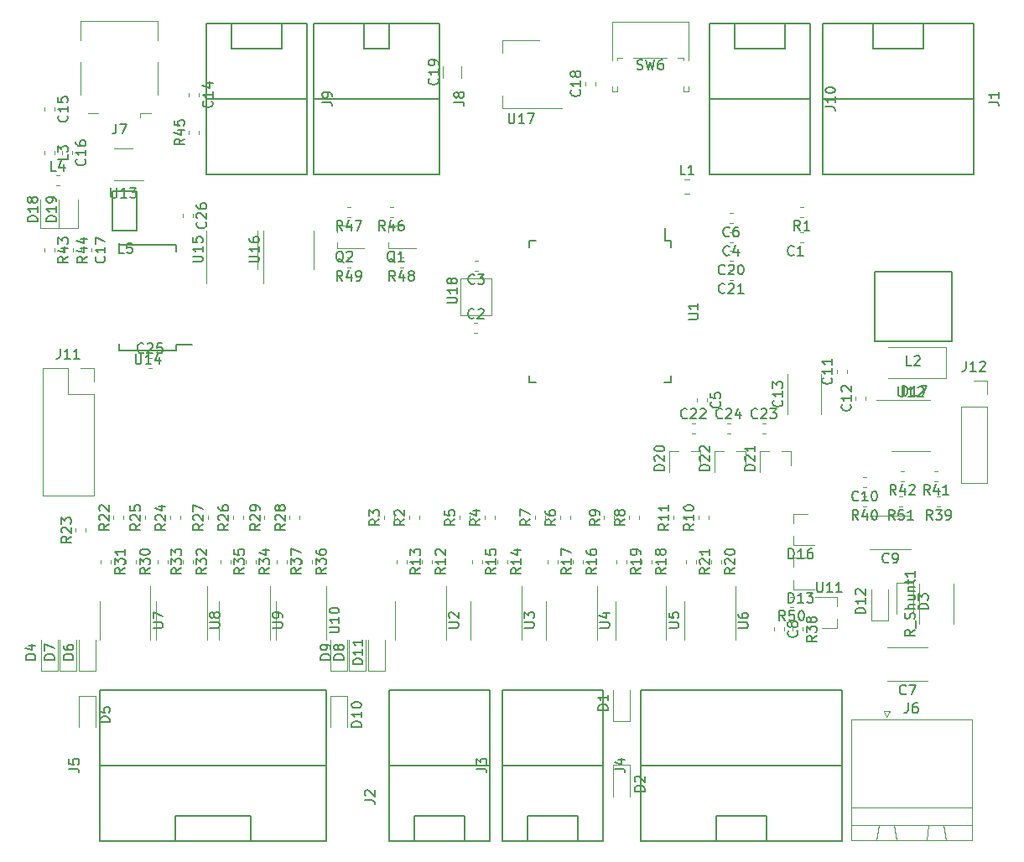
<source format=gbr>
G04 #@! TF.GenerationSoftware,KiCad,Pcbnew,(5.1.5)-3*
G04 #@! TF.CreationDate,2020-07-08T10:01:23+02:00*
G04 #@! TF.ProjectId,SBIO3,5342494f-332e-46b6-9963-61645f706362,rev?*
G04 #@! TF.SameCoordinates,Original*
G04 #@! TF.FileFunction,Legend,Top*
G04 #@! TF.FilePolarity,Positive*
%FSLAX46Y46*%
G04 Gerber Fmt 4.6, Leading zero omitted, Abs format (unit mm)*
G04 Created by KiCad (PCBNEW (5.1.5)-3) date 2020-07-08 10:01:23*
%MOMM*%
%LPD*%
G04 APERTURE LIST*
%ADD10C,0.150000*%
%ADD11C,0.120000*%
G04 APERTURE END LIST*
D10*
X146050000Y-50800000D02*
X146050000Y-48260000D01*
X151130000Y-50800000D02*
X146050000Y-50800000D01*
X151130000Y-48260000D02*
X151130000Y-50800000D01*
X153670000Y-55880000D02*
X143510000Y-55880000D01*
X153670000Y-48260000D02*
X153670000Y-63500000D01*
X143510000Y-48260000D02*
X153670000Y-48260000D01*
X143510000Y-63500000D02*
X143510000Y-48260000D01*
X153670000Y-63500000D02*
X143510000Y-63500000D01*
X102870000Y-63500000D02*
X92710000Y-63500000D01*
X92710000Y-63500000D02*
X92710000Y-48260000D01*
X92710000Y-48260000D02*
X102870000Y-48260000D01*
X102870000Y-48260000D02*
X102870000Y-63500000D01*
X102870000Y-55880000D02*
X92710000Y-55880000D01*
X100330000Y-48260000D02*
X100330000Y-50800000D01*
X100330000Y-50800000D02*
X95250000Y-50800000D01*
X95250000Y-50800000D02*
X95250000Y-48260000D01*
D11*
X135805000Y-51770000D02*
X139205000Y-51770000D01*
X134165000Y-51770000D02*
X134705000Y-51770000D01*
X141365000Y-54600000D02*
X141365000Y-55110000D01*
X140845000Y-55110000D02*
X141365000Y-55110000D01*
X140845000Y-54600000D02*
X140845000Y-55110000D01*
X140305000Y-51770000D02*
X140845000Y-51770000D01*
X133645000Y-54600000D02*
X133645000Y-55110000D01*
X134165000Y-54600000D02*
X134165000Y-55110000D01*
X140845000Y-51770000D02*
X140845000Y-52000000D01*
X133645000Y-48100000D02*
X133645000Y-52000000D01*
X133645000Y-55110000D02*
X134165000Y-55110000D01*
X141365000Y-48100000D02*
X141365000Y-52000000D01*
X133645000Y-48100000D02*
X141365000Y-48100000D01*
X134165000Y-51770000D02*
X134165000Y-52000000D01*
X162971267Y-96010000D02*
X162628733Y-96010000D01*
X162971267Y-97030000D02*
X162628733Y-97030000D01*
X151936267Y-106170000D02*
X151593733Y-106170000D01*
X151936267Y-107190000D02*
X151593733Y-107190000D01*
X170180000Y-84395000D02*
X171510000Y-84395000D01*
X171510000Y-84395000D02*
X171510000Y-85725000D01*
X171510000Y-86995000D02*
X171510000Y-94675000D01*
X168850000Y-94675000D02*
X171510000Y-94675000D01*
X168850000Y-86995000D02*
X168850000Y-94675000D01*
X168850000Y-86995000D02*
X171510000Y-86995000D01*
X80010000Y-83125000D02*
X81340000Y-83125000D01*
X81340000Y-83125000D02*
X81340000Y-84455000D01*
X78740000Y-83125000D02*
X78740000Y-85725000D01*
X78740000Y-85725000D02*
X81340000Y-85725000D01*
X81340000Y-85725000D02*
X81340000Y-95945000D01*
X76140000Y-95945000D02*
X81340000Y-95945000D01*
X76140000Y-83125000D02*
X76140000Y-95945000D01*
X76140000Y-83125000D02*
X78740000Y-83125000D01*
X145826267Y-69340000D02*
X145483733Y-69340000D01*
X145826267Y-70360000D02*
X145483733Y-70360000D01*
X107295000Y-68690000D02*
X105885000Y-68690000D01*
X105885000Y-71010000D02*
X108620000Y-71010000D01*
X105885000Y-71020000D02*
X105885000Y-70350000D01*
X105885000Y-69350000D02*
X105885000Y-68690000D01*
X90295000Y-67533733D02*
X90295000Y-67876267D01*
X91315000Y-67533733D02*
X91315000Y-67876267D01*
X86823733Y-83060000D02*
X87166267Y-83060000D01*
X86823733Y-82040000D02*
X87166267Y-82040000D01*
X98405000Y-71120000D02*
X98405000Y-74570000D01*
X98405000Y-71120000D02*
X98405000Y-69170000D01*
X103525000Y-71120000D02*
X103525000Y-73070000D01*
X103525000Y-71120000D02*
X103525000Y-69170000D01*
X92690000Y-71120000D02*
X92690000Y-74570000D01*
X92690000Y-71120000D02*
X92690000Y-69170000D01*
X97810000Y-71120000D02*
X97810000Y-73070000D01*
X97810000Y-71120000D02*
X97810000Y-69170000D01*
X83400000Y-64155000D02*
X86350000Y-64155000D01*
X85200000Y-60935000D02*
X83400000Y-60935000D01*
X91950000Y-59466267D02*
X91950000Y-59123733D01*
X90930000Y-59466267D02*
X90930000Y-59123733D01*
X78230000Y-71013733D02*
X78230000Y-71356267D01*
X79250000Y-71013733D02*
X79250000Y-71356267D01*
X76325000Y-71013733D02*
X76325000Y-71356267D01*
X77345000Y-71013733D02*
X77345000Y-71356267D01*
X77513733Y-64645000D02*
X77856267Y-64645000D01*
X77513733Y-63625000D02*
X77856267Y-63625000D01*
X76300000Y-61168733D02*
X76300000Y-61511267D01*
X77320000Y-61168733D02*
X77320000Y-61511267D01*
X87805000Y-48055000D02*
X87805000Y-50005000D01*
X87805000Y-52225000D02*
X87805000Y-55455000D01*
X87085000Y-57375000D02*
X86005000Y-57375000D01*
X81785000Y-57375000D02*
X80705000Y-57375000D01*
X79985000Y-52225000D02*
X79985000Y-55455000D01*
X79985000Y-48055000D02*
X79985000Y-50005000D01*
X86005000Y-57375000D02*
X86005000Y-57805000D01*
X79985000Y-48055000D02*
X87805000Y-48055000D01*
X79700000Y-68925000D02*
X79700000Y-66065000D01*
X77780000Y-68925000D02*
X79700000Y-68925000D01*
X77780000Y-66065000D02*
X77780000Y-68925000D01*
X77795000Y-68925000D02*
X77795000Y-66065000D01*
X75875000Y-68925000D02*
X77795000Y-68925000D01*
X75875000Y-66065000D02*
X75875000Y-68925000D01*
X78120000Y-61183733D02*
X78120000Y-61526267D01*
X79140000Y-61183733D02*
X79140000Y-61526267D01*
X76300000Y-56783733D02*
X76300000Y-57126267D01*
X77320000Y-56783733D02*
X77320000Y-57126267D01*
X90930000Y-55313733D02*
X90930000Y-55656267D01*
X91950000Y-55313733D02*
X91950000Y-55656267D01*
X140845000Y-98356267D02*
X140845000Y-98013733D01*
X139825000Y-98356267D02*
X139825000Y-98013733D01*
X152966267Y-69340000D02*
X152623733Y-69340000D01*
X152966267Y-70360000D02*
X152623733Y-70360000D01*
X119723733Y-79570000D02*
X120066267Y-79570000D01*
X119723733Y-78550000D02*
X120066267Y-78550000D01*
X120096267Y-72210000D02*
X119753733Y-72210000D01*
X120096267Y-73230000D02*
X119753733Y-73230000D01*
X142200000Y-86153733D02*
X142200000Y-86496267D01*
X143220000Y-86153733D02*
X143220000Y-86496267D01*
X145826267Y-67435000D02*
X145483733Y-67435000D01*
X145826267Y-68455000D02*
X145483733Y-68455000D01*
X133770000Y-118760000D02*
X133770000Y-115610000D01*
X135470000Y-118760000D02*
X135470000Y-115610000D01*
X133770000Y-118760000D02*
X135470000Y-118760000D01*
X135470000Y-123175000D02*
X135470000Y-126325000D01*
X133770000Y-123175000D02*
X133770000Y-126325000D01*
X135470000Y-123175000D02*
X133770000Y-123175000D01*
X75985000Y-113680000D02*
X75985000Y-110530000D01*
X77685000Y-113680000D02*
X77685000Y-110530000D01*
X75985000Y-113680000D02*
X77685000Y-113680000D01*
X81495000Y-116190000D02*
X81495000Y-119340000D01*
X79795000Y-116190000D02*
X79795000Y-119340000D01*
X81495000Y-116190000D02*
X79795000Y-116190000D01*
X79795000Y-113680000D02*
X79795000Y-110530000D01*
X81495000Y-113680000D02*
X81495000Y-110530000D01*
X79795000Y-113680000D02*
X81495000Y-113680000D01*
X77890000Y-113680000D02*
X77890000Y-110530000D01*
X79590000Y-113680000D02*
X79590000Y-110530000D01*
X77890000Y-113680000D02*
X79590000Y-113680000D01*
X107100000Y-113680000D02*
X107100000Y-110530000D01*
X108800000Y-113680000D02*
X108800000Y-110530000D01*
X107100000Y-113680000D02*
X108800000Y-113680000D01*
X105195000Y-113680000D02*
X105195000Y-110530000D01*
X106895000Y-113680000D02*
X106895000Y-110530000D01*
X105195000Y-113680000D02*
X106895000Y-113680000D01*
X106895000Y-116190000D02*
X106895000Y-119340000D01*
X105195000Y-116190000D02*
X105195000Y-119340000D01*
X106895000Y-116190000D02*
X105195000Y-116190000D01*
X109005000Y-113680000D02*
X109005000Y-110530000D01*
X110705000Y-113680000D02*
X110705000Y-110530000D01*
X109005000Y-113680000D02*
X110705000Y-113680000D01*
X140953748Y-65480000D02*
X141476252Y-65480000D01*
X140953748Y-64060000D02*
X141476252Y-64060000D01*
X152966267Y-66800000D02*
X152623733Y-66800000D01*
X152966267Y-67820000D02*
X152623733Y-67820000D01*
X114175000Y-98356267D02*
X114175000Y-98013733D01*
X113155000Y-98356267D02*
X113155000Y-98013733D01*
X111635000Y-98356267D02*
X111635000Y-98013733D01*
X110615000Y-98356267D02*
X110615000Y-98013733D01*
X121795000Y-98356267D02*
X121795000Y-98013733D01*
X120775000Y-98356267D02*
X120775000Y-98013733D01*
X119255000Y-98356267D02*
X119255000Y-98013733D01*
X118235000Y-98356267D02*
X118235000Y-98013733D01*
X129415000Y-98356267D02*
X129415000Y-98013733D01*
X128395000Y-98356267D02*
X128395000Y-98013733D01*
X126875000Y-98356267D02*
X126875000Y-98013733D01*
X125855000Y-98356267D02*
X125855000Y-98013733D01*
X136400000Y-98356267D02*
X136400000Y-98013733D01*
X135380000Y-98356267D02*
X135380000Y-98013733D01*
X133860000Y-98356267D02*
X133860000Y-98013733D01*
X132840000Y-98356267D02*
X132840000Y-98013733D01*
X143385000Y-98356267D02*
X143385000Y-98013733D01*
X142365000Y-98356267D02*
X142365000Y-98013733D01*
X114425000Y-102458733D02*
X114425000Y-102801267D01*
X115445000Y-102458733D02*
X115445000Y-102801267D01*
X111885000Y-102458733D02*
X111885000Y-102801267D01*
X112905000Y-102458733D02*
X112905000Y-102801267D01*
X122045000Y-102458733D02*
X122045000Y-102801267D01*
X123065000Y-102458733D02*
X123065000Y-102801267D01*
X119505000Y-102458733D02*
X119505000Y-102801267D01*
X120525000Y-102458733D02*
X120525000Y-102801267D01*
X129665000Y-102458733D02*
X129665000Y-102801267D01*
X130685000Y-102458733D02*
X130685000Y-102801267D01*
X127125000Y-102458733D02*
X127125000Y-102801267D01*
X128145000Y-102458733D02*
X128145000Y-102801267D01*
X136650000Y-102458733D02*
X136650000Y-102801267D01*
X137670000Y-102458733D02*
X137670000Y-102801267D01*
X134110000Y-102458733D02*
X134110000Y-102801267D01*
X135130000Y-102458733D02*
X135130000Y-102801267D01*
X143635000Y-102458733D02*
X143635000Y-102801267D01*
X144655000Y-102458733D02*
X144655000Y-102801267D01*
X141095000Y-102458733D02*
X141095000Y-102801267D01*
X142115000Y-102458733D02*
X142115000Y-102801267D01*
X84330000Y-98356267D02*
X84330000Y-98013733D01*
X83310000Y-98356267D02*
X83310000Y-98013733D01*
X80520000Y-99626267D02*
X80520000Y-99283733D01*
X79500000Y-99626267D02*
X79500000Y-99283733D01*
X90045000Y-98356267D02*
X90045000Y-98013733D01*
X89025000Y-98356267D02*
X89025000Y-98013733D01*
X87505000Y-98356267D02*
X87505000Y-98013733D01*
X86485000Y-98356267D02*
X86485000Y-98013733D01*
X96395000Y-98356267D02*
X96395000Y-98013733D01*
X95375000Y-98356267D02*
X95375000Y-98013733D01*
X93855000Y-98356267D02*
X93855000Y-98013733D01*
X92835000Y-98356267D02*
X92835000Y-98013733D01*
X102110000Y-98356267D02*
X102110000Y-98013733D01*
X101090000Y-98356267D02*
X101090000Y-98013733D01*
X99570000Y-98356267D02*
X99570000Y-98013733D01*
X98550000Y-98356267D02*
X98550000Y-98013733D01*
X84580000Y-102458733D02*
X84580000Y-102801267D01*
X85600000Y-102458733D02*
X85600000Y-102801267D01*
X82040000Y-102458733D02*
X82040000Y-102801267D01*
X83060000Y-102458733D02*
X83060000Y-102801267D01*
X90295000Y-102458733D02*
X90295000Y-102801267D01*
X91315000Y-102458733D02*
X91315000Y-102801267D01*
X87755000Y-102458733D02*
X87755000Y-102801267D01*
X88775000Y-102458733D02*
X88775000Y-102801267D01*
X96645000Y-102458733D02*
X96645000Y-102801267D01*
X97665000Y-102458733D02*
X97665000Y-102801267D01*
X94105000Y-102458733D02*
X94105000Y-102801267D01*
X95125000Y-102458733D02*
X95125000Y-102801267D01*
X102360000Y-102458733D02*
X102360000Y-102801267D01*
X103380000Y-102458733D02*
X103380000Y-102801267D01*
X99820000Y-102458733D02*
X99820000Y-102801267D01*
X100840000Y-102458733D02*
X100840000Y-102801267D01*
D10*
X139030000Y-70215000D02*
X139030000Y-68940000D01*
X139605000Y-84565000D02*
X139605000Y-83890000D01*
X125255000Y-84565000D02*
X125255000Y-83890000D01*
X125255000Y-70215000D02*
X125255000Y-70890000D01*
X139605000Y-70215000D02*
X139605000Y-70890000D01*
X125255000Y-70215000D02*
X125930000Y-70215000D01*
X125255000Y-84565000D02*
X125930000Y-84565000D01*
X139605000Y-84565000D02*
X138930000Y-84565000D01*
X139605000Y-70215000D02*
X139030000Y-70215000D01*
D11*
X116860000Y-108550000D02*
X116860000Y-105100000D01*
X116860000Y-108550000D02*
X116860000Y-110500000D01*
X111740000Y-108550000D02*
X111740000Y-106600000D01*
X111740000Y-108550000D02*
X111740000Y-110500000D01*
X124480000Y-108550000D02*
X124480000Y-105100000D01*
X124480000Y-108550000D02*
X124480000Y-110500000D01*
X119360000Y-108550000D02*
X119360000Y-106600000D01*
X119360000Y-108550000D02*
X119360000Y-110500000D01*
X132100000Y-108550000D02*
X132100000Y-105100000D01*
X132100000Y-108550000D02*
X132100000Y-110500000D01*
X126980000Y-108550000D02*
X126980000Y-106600000D01*
X126980000Y-108550000D02*
X126980000Y-110500000D01*
X139085000Y-108550000D02*
X139085000Y-105100000D01*
X139085000Y-108550000D02*
X139085000Y-110500000D01*
X133965000Y-108550000D02*
X133965000Y-106600000D01*
X133965000Y-108550000D02*
X133965000Y-110500000D01*
X146070000Y-108585000D02*
X146070000Y-105135000D01*
X146070000Y-108585000D02*
X146070000Y-110535000D01*
X140950000Y-108585000D02*
X140950000Y-106635000D01*
X140950000Y-108585000D02*
X140950000Y-110535000D01*
X87015000Y-108550000D02*
X87015000Y-105100000D01*
X87015000Y-108550000D02*
X87015000Y-110500000D01*
X81895000Y-108550000D02*
X81895000Y-106600000D01*
X81895000Y-108550000D02*
X81895000Y-110500000D01*
X92730000Y-108550000D02*
X92730000Y-105100000D01*
X92730000Y-108550000D02*
X92730000Y-110500000D01*
X87610000Y-108550000D02*
X87610000Y-106600000D01*
X87610000Y-108550000D02*
X87610000Y-110500000D01*
X99080000Y-108550000D02*
X99080000Y-105100000D01*
X99080000Y-108550000D02*
X99080000Y-110500000D01*
X93960000Y-108550000D02*
X93960000Y-106600000D01*
X93960000Y-108550000D02*
X93960000Y-110500000D01*
X104795000Y-108550000D02*
X104795000Y-105100000D01*
X104795000Y-108550000D02*
X104795000Y-110500000D01*
X99675000Y-108550000D02*
X99675000Y-106600000D01*
X99675000Y-108550000D02*
X99675000Y-110500000D01*
X149985000Y-109288733D02*
X149985000Y-109631267D01*
X151005000Y-109288733D02*
X151005000Y-109631267D01*
X159316267Y-94105000D02*
X158973733Y-94105000D01*
X159316267Y-95125000D02*
X158973733Y-95125000D01*
X157355000Y-83596267D02*
X157355000Y-83253733D01*
X156335000Y-83596267D02*
X156335000Y-83253733D01*
X159260000Y-86291267D02*
X159260000Y-85948733D01*
X158240000Y-86291267D02*
X158240000Y-85948733D01*
X151910000Y-102245000D02*
X153370000Y-102245000D01*
X151910000Y-105405000D02*
X154070000Y-105405000D01*
X151910000Y-105405000D02*
X151910000Y-104475000D01*
X151910000Y-102245000D02*
X151910000Y-103175000D01*
X151910000Y-97795000D02*
X153370000Y-97795000D01*
X151910000Y-100955000D02*
X154070000Y-100955000D01*
X151910000Y-100955000D02*
X151910000Y-100025000D01*
X151910000Y-97795000D02*
X151910000Y-98725000D01*
X161070000Y-117740000D02*
X161670000Y-117740000D01*
X161370000Y-118340000D02*
X161070000Y-117740000D01*
X161670000Y-117740000D02*
X161370000Y-118340000D01*
X165620000Y-129260000D02*
X165370000Y-130760000D01*
X167120000Y-129260000D02*
X165620000Y-129260000D01*
X167370000Y-130760000D02*
X167120000Y-129260000D01*
X165370000Y-130760000D02*
X167370000Y-130760000D01*
X160620000Y-129260000D02*
X160370000Y-130760000D01*
X162120000Y-129260000D02*
X160620000Y-129260000D01*
X162370000Y-130760000D02*
X162120000Y-129260000D01*
X160370000Y-130760000D02*
X162370000Y-130760000D01*
X169980000Y-129260000D02*
X157760000Y-129260000D01*
X169980000Y-127460000D02*
X169980000Y-129260000D01*
X157760000Y-127460000D02*
X169980000Y-127460000D01*
X157760000Y-129260000D02*
X157760000Y-127460000D01*
X169980000Y-118540000D02*
X157760000Y-118540000D01*
X169980000Y-130760000D02*
X169980000Y-118540000D01*
X157760000Y-130760000D02*
X169980000Y-130760000D01*
X157760000Y-118540000D02*
X157760000Y-130760000D01*
X151890000Y-109288733D02*
X151890000Y-109631267D01*
X152910000Y-109288733D02*
X152910000Y-109631267D01*
X166781267Y-96010000D02*
X166438733Y-96010000D01*
X166781267Y-97030000D02*
X166438733Y-97030000D01*
X159316267Y-96010000D02*
X158973733Y-96010000D01*
X159316267Y-97030000D02*
X158973733Y-97030000D01*
X166541267Y-93470000D02*
X166198733Y-93470000D01*
X166541267Y-94490000D02*
X166198733Y-94490000D01*
X163126267Y-93470000D02*
X162783733Y-93470000D01*
X163126267Y-94490000D02*
X162783733Y-94490000D01*
X168080000Y-108919564D02*
X168080000Y-104815436D01*
X164660000Y-108919564D02*
X164660000Y-104815436D01*
X156319000Y-109342000D02*
X154859000Y-109342000D01*
X156319000Y-106182000D02*
X154159000Y-106182000D01*
X156319000Y-106182000D02*
X156319000Y-107112000D01*
X156319000Y-109342000D02*
X156319000Y-108412000D01*
X163795000Y-86340000D02*
X160345000Y-86340000D01*
X163795000Y-86340000D02*
X165745000Y-86340000D01*
X163795000Y-91460000D02*
X161845000Y-91460000D01*
X163795000Y-91460000D02*
X165745000Y-91460000D01*
X80085000Y-71013733D02*
X80085000Y-71356267D01*
X81105000Y-71013733D02*
X81105000Y-71356267D01*
D10*
X89660000Y-80730000D02*
X91260000Y-80730000D01*
X89660000Y-70655000D02*
X83910000Y-70655000D01*
X89660000Y-81305000D02*
X83910000Y-81305000D01*
X89660000Y-70655000D02*
X89660000Y-71305000D01*
X83910000Y-70655000D02*
X83910000Y-71305000D01*
X83910000Y-81305000D02*
X83910000Y-80655000D01*
X89660000Y-81305000D02*
X89660000Y-80730000D01*
D11*
X131955000Y-54541267D02*
X131955000Y-54198733D01*
X130935000Y-54541267D02*
X130935000Y-54198733D01*
X145826267Y-71245000D02*
X145483733Y-71245000D01*
X145826267Y-72265000D02*
X145483733Y-72265000D01*
X145826267Y-73150000D02*
X145483733Y-73150000D01*
X145826267Y-74170000D02*
X145483733Y-74170000D01*
X141673733Y-89664000D02*
X142016267Y-89664000D01*
X141673733Y-88644000D02*
X142016267Y-88644000D01*
X148785733Y-89664000D02*
X149128267Y-89664000D01*
X148785733Y-88644000D02*
X149128267Y-88644000D01*
X145229733Y-89664000D02*
X145572267Y-89664000D01*
X145229733Y-88644000D02*
X145572267Y-88644000D01*
X142550000Y-91442000D02*
X142550000Y-92902000D01*
X139390000Y-91442000D02*
X139390000Y-93602000D01*
X139390000Y-91442000D02*
X140320000Y-91442000D01*
X142550000Y-91442000D02*
X141620000Y-91442000D01*
X151694000Y-91442000D02*
X151694000Y-92902000D01*
X148534000Y-91442000D02*
X148534000Y-93602000D01*
X148534000Y-91442000D02*
X149464000Y-91442000D01*
X151694000Y-91442000D02*
X150764000Y-91442000D01*
X147122000Y-91442000D02*
X147122000Y-92902000D01*
X143962000Y-91442000D02*
X143962000Y-93602000D01*
X143962000Y-91442000D02*
X144892000Y-91442000D01*
X147122000Y-91442000D02*
X146192000Y-91442000D01*
X111536267Y-66800000D02*
X111193733Y-66800000D01*
X111536267Y-67820000D02*
X111193733Y-67820000D01*
X107246267Y-66800000D02*
X106903733Y-66800000D01*
X107246267Y-67820000D02*
X106903733Y-67820000D01*
X112566267Y-71880000D02*
X112223733Y-71880000D01*
X112566267Y-72900000D02*
X112223733Y-72900000D01*
X107246267Y-71880000D02*
X106903733Y-71880000D01*
X107246267Y-72900000D02*
X106903733Y-72900000D01*
X112495000Y-68690000D02*
X111085000Y-68690000D01*
X111085000Y-71010000D02*
X113820000Y-71010000D01*
X111085000Y-71020000D02*
X111085000Y-70350000D01*
X111085000Y-69350000D02*
X111085000Y-68690000D01*
X121478500Y-77752000D02*
X118367000Y-77752000D01*
X121478500Y-74005500D02*
X121478500Y-77752000D01*
X121478500Y-74005500D02*
X121478500Y-74005500D01*
X118367000Y-74005500D02*
X121478500Y-74005500D01*
X118367000Y-74069000D02*
X118367000Y-74005500D01*
X118367000Y-77752000D02*
X118367000Y-74069000D01*
X118385000Y-53812064D02*
X118385000Y-52607936D01*
X116565000Y-53812064D02*
X116565000Y-52607936D01*
X128560000Y-56840000D02*
X122550000Y-56840000D01*
X126310000Y-50020000D02*
X122550000Y-50020000D01*
X122550000Y-56840000D02*
X122550000Y-55580000D01*
X122550000Y-50020000D02*
X122550000Y-51280000D01*
X165532064Y-111270000D02*
X161427936Y-111270000D01*
X165532064Y-114690000D02*
X161427936Y-114690000D01*
X163789564Y-97985000D02*
X159685436Y-97985000D01*
X163789564Y-101405000D02*
X159685436Y-101405000D01*
X154745000Y-87777064D02*
X154745000Y-83672936D01*
X151325000Y-87777064D02*
X151325000Y-83672936D01*
D10*
X83159600Y-69240400D02*
X85674200Y-69240400D01*
X83159600Y-65201800D02*
X83159600Y-69240400D01*
X85674200Y-65201800D02*
X83159600Y-65201800D01*
X85674200Y-69240400D02*
X85674200Y-65201800D01*
D11*
X162345000Y-104760000D02*
X162345000Y-107910000D01*
X164045000Y-104760000D02*
X162345000Y-104760000D01*
X164045000Y-104760000D02*
X164045000Y-107910000D01*
X161505000Y-108560000D02*
X161505000Y-105410000D01*
X159805000Y-108560000D02*
X161505000Y-108560000D01*
X159805000Y-108560000D02*
X159805000Y-105410000D01*
D10*
X149225000Y-128270000D02*
X149225000Y-130810000D01*
X144145000Y-128270000D02*
X149225000Y-128270000D01*
X144145000Y-130810000D02*
X144145000Y-128270000D01*
X136525000Y-123190000D02*
X156845000Y-123190000D01*
X136525000Y-130810000D02*
X136525000Y-115570000D01*
X156845000Y-130810000D02*
X136525000Y-130810000D01*
X156845000Y-115570000D02*
X156845000Y-130810000D01*
X136525000Y-115570000D02*
X156845000Y-115570000D01*
X130175000Y-128270000D02*
X130175000Y-130810000D01*
X125095000Y-128270000D02*
X130175000Y-128270000D01*
X125095000Y-130810000D02*
X125095000Y-128270000D01*
X122555000Y-123190000D02*
X132715000Y-123190000D01*
X122555000Y-130810000D02*
X122555000Y-115570000D01*
X132715000Y-130810000D02*
X122555000Y-130810000D01*
X132715000Y-115570000D02*
X132715000Y-130810000D01*
X122555000Y-115570000D02*
X132715000Y-115570000D01*
X118745000Y-128270000D02*
X118745000Y-130810000D01*
X113665000Y-128270000D02*
X118745000Y-128270000D01*
X113665000Y-130810000D02*
X113665000Y-128270000D01*
X111125000Y-123190000D02*
X121285000Y-123190000D01*
X111125000Y-130810000D02*
X111125000Y-115570000D01*
X121285000Y-130810000D02*
X111125000Y-130810000D01*
X121285000Y-115570000D02*
X121285000Y-130810000D01*
X111125000Y-115570000D02*
X121285000Y-115570000D01*
X97155000Y-128270000D02*
X97155000Y-130810000D01*
X94615000Y-128270000D02*
X97155000Y-128270000D01*
X89535000Y-128270000D02*
X94615000Y-128270000D01*
X89535000Y-130810000D02*
X89535000Y-128270000D01*
X104775000Y-123190000D02*
X81915000Y-123190000D01*
X81915000Y-130810000D02*
X81915000Y-115570000D01*
X104775000Y-130810000D02*
X81915000Y-130810000D01*
X104775000Y-115570000D02*
X104775000Y-130810000D01*
X81915000Y-115570000D02*
X104775000Y-115570000D01*
D11*
X161532500Y-84135000D02*
X167392500Y-84135000D01*
X167392500Y-84135000D02*
X167392500Y-80965000D01*
X167392500Y-80965000D02*
X161532500Y-80965000D01*
D10*
X167924480Y-73312020D02*
X160144460Y-73312020D01*
X160139380Y-73334880D02*
X160141920Y-80383380D01*
X167929560Y-73342500D02*
X167932100Y-80391000D01*
X167932100Y-80391000D02*
X160152080Y-80391000D01*
X170180000Y-63500000D02*
X154940000Y-63500000D01*
X154940000Y-63500000D02*
X154940000Y-48260000D01*
X154940000Y-48260000D02*
X170180000Y-48260000D01*
X170180000Y-48260000D02*
X170180000Y-63500000D01*
X170180000Y-55880000D02*
X154940000Y-55880000D01*
X165100000Y-48260000D02*
X165100000Y-50800000D01*
X165100000Y-50800000D02*
X160020000Y-50800000D01*
X160020000Y-50800000D02*
X160020000Y-48260000D01*
X116205000Y-63500000D02*
X103505000Y-63500000D01*
X103505000Y-63500000D02*
X103505000Y-48260000D01*
X103505000Y-48260000D02*
X116205000Y-48260000D01*
X116205000Y-48260000D02*
X116205000Y-63500000D01*
X116205000Y-55880000D02*
X103505000Y-55880000D01*
X111125000Y-48260000D02*
X111125000Y-50800000D01*
X111125000Y-50800000D02*
X108585000Y-50800000D01*
X108585000Y-50800000D02*
X108585000Y-48260000D01*
X155162380Y-56689523D02*
X155876666Y-56689523D01*
X156019523Y-56737142D01*
X156114761Y-56832380D01*
X156162380Y-56975238D01*
X156162380Y-57070476D01*
X156162380Y-55689523D02*
X156162380Y-56260952D01*
X156162380Y-55975238D02*
X155162380Y-55975238D01*
X155305238Y-56070476D01*
X155400476Y-56165714D01*
X155448095Y-56260952D01*
X155162380Y-55070476D02*
X155162380Y-54975238D01*
X155210000Y-54880000D01*
X155257619Y-54832380D01*
X155352857Y-54784761D01*
X155543333Y-54737142D01*
X155781428Y-54737142D01*
X155971904Y-54784761D01*
X156067142Y-54832380D01*
X156114761Y-54880000D01*
X156162380Y-54975238D01*
X156162380Y-55070476D01*
X156114761Y-55165714D01*
X156067142Y-55213333D01*
X155971904Y-55260952D01*
X155781428Y-55308571D01*
X155543333Y-55308571D01*
X155352857Y-55260952D01*
X155257619Y-55213333D01*
X155210000Y-55165714D01*
X155162380Y-55070476D01*
X104362380Y-56213333D02*
X105076666Y-56213333D01*
X105219523Y-56260952D01*
X105314761Y-56356190D01*
X105362380Y-56499047D01*
X105362380Y-56594285D01*
X105362380Y-55689523D02*
X105362380Y-55499047D01*
X105314761Y-55403809D01*
X105267142Y-55356190D01*
X105124285Y-55260952D01*
X104933809Y-55213333D01*
X104552857Y-55213333D01*
X104457619Y-55260952D01*
X104410000Y-55308571D01*
X104362380Y-55403809D01*
X104362380Y-55594285D01*
X104410000Y-55689523D01*
X104457619Y-55737142D01*
X104552857Y-55784761D01*
X104790952Y-55784761D01*
X104886190Y-55737142D01*
X104933809Y-55689523D01*
X104981428Y-55594285D01*
X104981428Y-55403809D01*
X104933809Y-55308571D01*
X104886190Y-55260952D01*
X104790952Y-55213333D01*
X136171666Y-52884761D02*
X136314523Y-52932380D01*
X136552619Y-52932380D01*
X136647857Y-52884761D01*
X136695476Y-52837142D01*
X136743095Y-52741904D01*
X136743095Y-52646666D01*
X136695476Y-52551428D01*
X136647857Y-52503809D01*
X136552619Y-52456190D01*
X136362142Y-52408571D01*
X136266904Y-52360952D01*
X136219285Y-52313333D01*
X136171666Y-52218095D01*
X136171666Y-52122857D01*
X136219285Y-52027619D01*
X136266904Y-51980000D01*
X136362142Y-51932380D01*
X136600238Y-51932380D01*
X136743095Y-51980000D01*
X137076428Y-51932380D02*
X137314523Y-52932380D01*
X137505000Y-52218095D01*
X137695476Y-52932380D01*
X137933571Y-51932380D01*
X138743095Y-51932380D02*
X138552619Y-51932380D01*
X138457380Y-51980000D01*
X138409761Y-52027619D01*
X138314523Y-52170476D01*
X138266904Y-52360952D01*
X138266904Y-52741904D01*
X138314523Y-52837142D01*
X138362142Y-52884761D01*
X138457380Y-52932380D01*
X138647857Y-52932380D01*
X138743095Y-52884761D01*
X138790714Y-52837142D01*
X138838333Y-52741904D01*
X138838333Y-52503809D01*
X138790714Y-52408571D01*
X138743095Y-52360952D01*
X138647857Y-52313333D01*
X138457380Y-52313333D01*
X138362142Y-52360952D01*
X138314523Y-52408571D01*
X138266904Y-52503809D01*
X162157142Y-98402380D02*
X161823809Y-97926190D01*
X161585714Y-98402380D02*
X161585714Y-97402380D01*
X161966666Y-97402380D01*
X162061904Y-97450000D01*
X162109523Y-97497619D01*
X162157142Y-97592857D01*
X162157142Y-97735714D01*
X162109523Y-97830952D01*
X162061904Y-97878571D01*
X161966666Y-97926190D01*
X161585714Y-97926190D01*
X163061904Y-97402380D02*
X162585714Y-97402380D01*
X162538095Y-97878571D01*
X162585714Y-97830952D01*
X162680952Y-97783333D01*
X162919047Y-97783333D01*
X163014285Y-97830952D01*
X163061904Y-97878571D01*
X163109523Y-97973809D01*
X163109523Y-98211904D01*
X163061904Y-98307142D01*
X163014285Y-98354761D01*
X162919047Y-98402380D01*
X162680952Y-98402380D01*
X162585714Y-98354761D01*
X162538095Y-98307142D01*
X164061904Y-98402380D02*
X163490476Y-98402380D01*
X163776190Y-98402380D02*
X163776190Y-97402380D01*
X163680952Y-97545238D01*
X163585714Y-97640476D01*
X163490476Y-97688095D01*
X151122142Y-108562380D02*
X150788809Y-108086190D01*
X150550714Y-108562380D02*
X150550714Y-107562380D01*
X150931666Y-107562380D01*
X151026904Y-107610000D01*
X151074523Y-107657619D01*
X151122142Y-107752857D01*
X151122142Y-107895714D01*
X151074523Y-107990952D01*
X151026904Y-108038571D01*
X150931666Y-108086190D01*
X150550714Y-108086190D01*
X152026904Y-107562380D02*
X151550714Y-107562380D01*
X151503095Y-108038571D01*
X151550714Y-107990952D01*
X151645952Y-107943333D01*
X151884047Y-107943333D01*
X151979285Y-107990952D01*
X152026904Y-108038571D01*
X152074523Y-108133809D01*
X152074523Y-108371904D01*
X152026904Y-108467142D01*
X151979285Y-108514761D01*
X151884047Y-108562380D01*
X151645952Y-108562380D01*
X151550714Y-108514761D01*
X151503095Y-108467142D01*
X152693571Y-107562380D02*
X152788809Y-107562380D01*
X152884047Y-107610000D01*
X152931666Y-107657619D01*
X152979285Y-107752857D01*
X153026904Y-107943333D01*
X153026904Y-108181428D01*
X152979285Y-108371904D01*
X152931666Y-108467142D01*
X152884047Y-108514761D01*
X152788809Y-108562380D01*
X152693571Y-108562380D01*
X152598333Y-108514761D01*
X152550714Y-108467142D01*
X152503095Y-108371904D01*
X152455476Y-108181428D01*
X152455476Y-107943333D01*
X152503095Y-107752857D01*
X152550714Y-107657619D01*
X152598333Y-107610000D01*
X152693571Y-107562380D01*
X169370476Y-82407380D02*
X169370476Y-83121666D01*
X169322857Y-83264523D01*
X169227619Y-83359761D01*
X169084761Y-83407380D01*
X168989523Y-83407380D01*
X170370476Y-83407380D02*
X169799047Y-83407380D01*
X170084761Y-83407380D02*
X170084761Y-82407380D01*
X169989523Y-82550238D01*
X169894285Y-82645476D01*
X169799047Y-82693095D01*
X170751428Y-82502619D02*
X170799047Y-82455000D01*
X170894285Y-82407380D01*
X171132380Y-82407380D01*
X171227619Y-82455000D01*
X171275238Y-82502619D01*
X171322857Y-82597857D01*
X171322857Y-82693095D01*
X171275238Y-82835952D01*
X170703809Y-83407380D01*
X171322857Y-83407380D01*
X77930476Y-81137380D02*
X77930476Y-81851666D01*
X77882857Y-81994523D01*
X77787619Y-82089761D01*
X77644761Y-82137380D01*
X77549523Y-82137380D01*
X78930476Y-82137380D02*
X78359047Y-82137380D01*
X78644761Y-82137380D02*
X78644761Y-81137380D01*
X78549523Y-81280238D01*
X78454285Y-81375476D01*
X78359047Y-81423095D01*
X79882857Y-82137380D02*
X79311428Y-82137380D01*
X79597142Y-82137380D02*
X79597142Y-81137380D01*
X79501904Y-81280238D01*
X79406666Y-81375476D01*
X79311428Y-81423095D01*
X145488333Y-71637142D02*
X145440714Y-71684761D01*
X145297857Y-71732380D01*
X145202619Y-71732380D01*
X145059761Y-71684761D01*
X144964523Y-71589523D01*
X144916904Y-71494285D01*
X144869285Y-71303809D01*
X144869285Y-71160952D01*
X144916904Y-70970476D01*
X144964523Y-70875238D01*
X145059761Y-70780000D01*
X145202619Y-70732380D01*
X145297857Y-70732380D01*
X145440714Y-70780000D01*
X145488333Y-70827619D01*
X146345476Y-71065714D02*
X146345476Y-71732380D01*
X146107380Y-70684761D02*
X145869285Y-71399047D01*
X146488333Y-71399047D01*
X106524761Y-72397619D02*
X106429523Y-72350000D01*
X106334285Y-72254761D01*
X106191428Y-72111904D01*
X106096190Y-72064285D01*
X106000952Y-72064285D01*
X106048571Y-72302380D02*
X105953333Y-72254761D01*
X105858095Y-72159523D01*
X105810476Y-71969047D01*
X105810476Y-71635714D01*
X105858095Y-71445238D01*
X105953333Y-71350000D01*
X106048571Y-71302380D01*
X106239047Y-71302380D01*
X106334285Y-71350000D01*
X106429523Y-71445238D01*
X106477142Y-71635714D01*
X106477142Y-71969047D01*
X106429523Y-72159523D01*
X106334285Y-72254761D01*
X106239047Y-72302380D01*
X106048571Y-72302380D01*
X106858095Y-71397619D02*
X106905714Y-71350000D01*
X107000952Y-71302380D01*
X107239047Y-71302380D01*
X107334285Y-71350000D01*
X107381904Y-71397619D01*
X107429523Y-71492857D01*
X107429523Y-71588095D01*
X107381904Y-71730952D01*
X106810476Y-72302380D01*
X107429523Y-72302380D01*
X92592142Y-68347857D02*
X92639761Y-68395476D01*
X92687380Y-68538333D01*
X92687380Y-68633571D01*
X92639761Y-68776428D01*
X92544523Y-68871666D01*
X92449285Y-68919285D01*
X92258809Y-68966904D01*
X92115952Y-68966904D01*
X91925476Y-68919285D01*
X91830238Y-68871666D01*
X91735000Y-68776428D01*
X91687380Y-68633571D01*
X91687380Y-68538333D01*
X91735000Y-68395476D01*
X91782619Y-68347857D01*
X91782619Y-67966904D02*
X91735000Y-67919285D01*
X91687380Y-67824047D01*
X91687380Y-67585952D01*
X91735000Y-67490714D01*
X91782619Y-67443095D01*
X91877857Y-67395476D01*
X91973095Y-67395476D01*
X92115952Y-67443095D01*
X92687380Y-68014523D01*
X92687380Y-67395476D01*
X91687380Y-66538333D02*
X91687380Y-66728809D01*
X91735000Y-66824047D01*
X91782619Y-66871666D01*
X91925476Y-66966904D01*
X92115952Y-67014523D01*
X92496904Y-67014523D01*
X92592142Y-66966904D01*
X92639761Y-66919285D01*
X92687380Y-66824047D01*
X92687380Y-66633571D01*
X92639761Y-66538333D01*
X92592142Y-66490714D01*
X92496904Y-66443095D01*
X92258809Y-66443095D01*
X92163571Y-66490714D01*
X92115952Y-66538333D01*
X92068333Y-66633571D01*
X92068333Y-66824047D01*
X92115952Y-66919285D01*
X92163571Y-66966904D01*
X92258809Y-67014523D01*
X86352142Y-81477142D02*
X86304523Y-81524761D01*
X86161666Y-81572380D01*
X86066428Y-81572380D01*
X85923571Y-81524761D01*
X85828333Y-81429523D01*
X85780714Y-81334285D01*
X85733095Y-81143809D01*
X85733095Y-81000952D01*
X85780714Y-80810476D01*
X85828333Y-80715238D01*
X85923571Y-80620000D01*
X86066428Y-80572380D01*
X86161666Y-80572380D01*
X86304523Y-80620000D01*
X86352142Y-80667619D01*
X86733095Y-80667619D02*
X86780714Y-80620000D01*
X86875952Y-80572380D01*
X87114047Y-80572380D01*
X87209285Y-80620000D01*
X87256904Y-80667619D01*
X87304523Y-80762857D01*
X87304523Y-80858095D01*
X87256904Y-81000952D01*
X86685476Y-81572380D01*
X87304523Y-81572380D01*
X88209285Y-80572380D02*
X87733095Y-80572380D01*
X87685476Y-81048571D01*
X87733095Y-81000952D01*
X87828333Y-80953333D01*
X88066428Y-80953333D01*
X88161666Y-81000952D01*
X88209285Y-81048571D01*
X88256904Y-81143809D01*
X88256904Y-81381904D01*
X88209285Y-81477142D01*
X88161666Y-81524761D01*
X88066428Y-81572380D01*
X87828333Y-81572380D01*
X87733095Y-81524761D01*
X87685476Y-81477142D01*
X97017380Y-72358095D02*
X97826904Y-72358095D01*
X97922142Y-72310476D01*
X97969761Y-72262857D01*
X98017380Y-72167619D01*
X98017380Y-71977142D01*
X97969761Y-71881904D01*
X97922142Y-71834285D01*
X97826904Y-71786666D01*
X97017380Y-71786666D01*
X98017380Y-70786666D02*
X98017380Y-71358095D01*
X98017380Y-71072380D02*
X97017380Y-71072380D01*
X97160238Y-71167619D01*
X97255476Y-71262857D01*
X97303095Y-71358095D01*
X97017380Y-69929523D02*
X97017380Y-70120000D01*
X97065000Y-70215238D01*
X97112619Y-70262857D01*
X97255476Y-70358095D01*
X97445952Y-70405714D01*
X97826904Y-70405714D01*
X97922142Y-70358095D01*
X97969761Y-70310476D01*
X98017380Y-70215238D01*
X98017380Y-70024761D01*
X97969761Y-69929523D01*
X97922142Y-69881904D01*
X97826904Y-69834285D01*
X97588809Y-69834285D01*
X97493571Y-69881904D01*
X97445952Y-69929523D01*
X97398333Y-70024761D01*
X97398333Y-70215238D01*
X97445952Y-70310476D01*
X97493571Y-70358095D01*
X97588809Y-70405714D01*
X91302380Y-72358095D02*
X92111904Y-72358095D01*
X92207142Y-72310476D01*
X92254761Y-72262857D01*
X92302380Y-72167619D01*
X92302380Y-71977142D01*
X92254761Y-71881904D01*
X92207142Y-71834285D01*
X92111904Y-71786666D01*
X91302380Y-71786666D01*
X92302380Y-70786666D02*
X92302380Y-71358095D01*
X92302380Y-71072380D02*
X91302380Y-71072380D01*
X91445238Y-71167619D01*
X91540476Y-71262857D01*
X91588095Y-71358095D01*
X91302380Y-69881904D02*
X91302380Y-70358095D01*
X91778571Y-70405714D01*
X91730952Y-70358095D01*
X91683333Y-70262857D01*
X91683333Y-70024761D01*
X91730952Y-69929523D01*
X91778571Y-69881904D01*
X91873809Y-69834285D01*
X92111904Y-69834285D01*
X92207142Y-69881904D01*
X92254761Y-69929523D01*
X92302380Y-70024761D01*
X92302380Y-70262857D01*
X92254761Y-70358095D01*
X92207142Y-70405714D01*
X83061904Y-64897380D02*
X83061904Y-65706904D01*
X83109523Y-65802142D01*
X83157142Y-65849761D01*
X83252380Y-65897380D01*
X83442857Y-65897380D01*
X83538095Y-65849761D01*
X83585714Y-65802142D01*
X83633333Y-65706904D01*
X83633333Y-64897380D01*
X84633333Y-65897380D02*
X84061904Y-65897380D01*
X84347619Y-65897380D02*
X84347619Y-64897380D01*
X84252380Y-65040238D01*
X84157142Y-65135476D01*
X84061904Y-65183095D01*
X84966666Y-64897380D02*
X85585714Y-64897380D01*
X85252380Y-65278333D01*
X85395238Y-65278333D01*
X85490476Y-65325952D01*
X85538095Y-65373571D01*
X85585714Y-65468809D01*
X85585714Y-65706904D01*
X85538095Y-65802142D01*
X85490476Y-65849761D01*
X85395238Y-65897380D01*
X85109523Y-65897380D01*
X85014285Y-65849761D01*
X84966666Y-65802142D01*
X90462380Y-59937857D02*
X89986190Y-60271190D01*
X90462380Y-60509285D02*
X89462380Y-60509285D01*
X89462380Y-60128333D01*
X89510000Y-60033095D01*
X89557619Y-59985476D01*
X89652857Y-59937857D01*
X89795714Y-59937857D01*
X89890952Y-59985476D01*
X89938571Y-60033095D01*
X89986190Y-60128333D01*
X89986190Y-60509285D01*
X89795714Y-59080714D02*
X90462380Y-59080714D01*
X89414761Y-59318809D02*
X90129047Y-59556904D01*
X90129047Y-58937857D01*
X89462380Y-58080714D02*
X89462380Y-58556904D01*
X89938571Y-58604523D01*
X89890952Y-58556904D01*
X89843333Y-58461666D01*
X89843333Y-58223571D01*
X89890952Y-58128333D01*
X89938571Y-58080714D01*
X90033809Y-58033095D01*
X90271904Y-58033095D01*
X90367142Y-58080714D01*
X90414761Y-58128333D01*
X90462380Y-58223571D01*
X90462380Y-58461666D01*
X90414761Y-58556904D01*
X90367142Y-58604523D01*
X80622380Y-71827857D02*
X80146190Y-72161190D01*
X80622380Y-72399285D02*
X79622380Y-72399285D01*
X79622380Y-72018333D01*
X79670000Y-71923095D01*
X79717619Y-71875476D01*
X79812857Y-71827857D01*
X79955714Y-71827857D01*
X80050952Y-71875476D01*
X80098571Y-71923095D01*
X80146190Y-72018333D01*
X80146190Y-72399285D01*
X79955714Y-70970714D02*
X80622380Y-70970714D01*
X79574761Y-71208809D02*
X80289047Y-71446904D01*
X80289047Y-70827857D01*
X79955714Y-70018333D02*
X80622380Y-70018333D01*
X79574761Y-70256428D02*
X80289047Y-70494523D01*
X80289047Y-69875476D01*
X78717380Y-71827857D02*
X78241190Y-72161190D01*
X78717380Y-72399285D02*
X77717380Y-72399285D01*
X77717380Y-72018333D01*
X77765000Y-71923095D01*
X77812619Y-71875476D01*
X77907857Y-71827857D01*
X78050714Y-71827857D01*
X78145952Y-71875476D01*
X78193571Y-71923095D01*
X78241190Y-72018333D01*
X78241190Y-72399285D01*
X78050714Y-70970714D02*
X78717380Y-70970714D01*
X77669761Y-71208809D02*
X78384047Y-71446904D01*
X78384047Y-70827857D01*
X77717380Y-70542142D02*
X77717380Y-69923095D01*
X78098333Y-70256428D01*
X78098333Y-70113571D01*
X78145952Y-70018333D01*
X78193571Y-69970714D01*
X78288809Y-69923095D01*
X78526904Y-69923095D01*
X78622142Y-69970714D01*
X78669761Y-70018333D01*
X78717380Y-70113571D01*
X78717380Y-70399285D01*
X78669761Y-70494523D01*
X78622142Y-70542142D01*
X77518333Y-63157380D02*
X77042142Y-63157380D01*
X77042142Y-62157380D01*
X78280238Y-62490714D02*
X78280238Y-63157380D01*
X78042142Y-62109761D02*
X77804047Y-62824047D01*
X78423095Y-62824047D01*
X78692380Y-61506666D02*
X78692380Y-61982857D01*
X77692380Y-61982857D01*
X77692380Y-61268571D02*
X77692380Y-60649523D01*
X78073333Y-60982857D01*
X78073333Y-60840000D01*
X78120952Y-60744761D01*
X78168571Y-60697142D01*
X78263809Y-60649523D01*
X78501904Y-60649523D01*
X78597142Y-60697142D01*
X78644761Y-60744761D01*
X78692380Y-60840000D01*
X78692380Y-61125714D01*
X78644761Y-61220952D01*
X78597142Y-61268571D01*
X83561666Y-58417380D02*
X83561666Y-59131666D01*
X83514047Y-59274523D01*
X83418809Y-59369761D01*
X83275952Y-59417380D01*
X83180714Y-59417380D01*
X83942619Y-58417380D02*
X84609285Y-58417380D01*
X84180714Y-59417380D01*
X77542380Y-68279285D02*
X76542380Y-68279285D01*
X76542380Y-68041190D01*
X76590000Y-67898333D01*
X76685238Y-67803095D01*
X76780476Y-67755476D01*
X76970952Y-67707857D01*
X77113809Y-67707857D01*
X77304285Y-67755476D01*
X77399523Y-67803095D01*
X77494761Y-67898333D01*
X77542380Y-68041190D01*
X77542380Y-68279285D01*
X77542380Y-66755476D02*
X77542380Y-67326904D01*
X77542380Y-67041190D02*
X76542380Y-67041190D01*
X76685238Y-67136428D01*
X76780476Y-67231666D01*
X76828095Y-67326904D01*
X77542380Y-66279285D02*
X77542380Y-66088809D01*
X77494761Y-65993571D01*
X77447142Y-65945952D01*
X77304285Y-65850714D01*
X77113809Y-65803095D01*
X76732857Y-65803095D01*
X76637619Y-65850714D01*
X76590000Y-65898333D01*
X76542380Y-65993571D01*
X76542380Y-66184047D01*
X76590000Y-66279285D01*
X76637619Y-66326904D01*
X76732857Y-66374523D01*
X76970952Y-66374523D01*
X77066190Y-66326904D01*
X77113809Y-66279285D01*
X77161428Y-66184047D01*
X77161428Y-65993571D01*
X77113809Y-65898333D01*
X77066190Y-65850714D01*
X76970952Y-65803095D01*
X75637380Y-68279285D02*
X74637380Y-68279285D01*
X74637380Y-68041190D01*
X74685000Y-67898333D01*
X74780238Y-67803095D01*
X74875476Y-67755476D01*
X75065952Y-67707857D01*
X75208809Y-67707857D01*
X75399285Y-67755476D01*
X75494523Y-67803095D01*
X75589761Y-67898333D01*
X75637380Y-68041190D01*
X75637380Y-68279285D01*
X75637380Y-66755476D02*
X75637380Y-67326904D01*
X75637380Y-67041190D02*
X74637380Y-67041190D01*
X74780238Y-67136428D01*
X74875476Y-67231666D01*
X74923095Y-67326904D01*
X75065952Y-66184047D02*
X75018333Y-66279285D01*
X74970714Y-66326904D01*
X74875476Y-66374523D01*
X74827857Y-66374523D01*
X74732619Y-66326904D01*
X74685000Y-66279285D01*
X74637380Y-66184047D01*
X74637380Y-65993571D01*
X74685000Y-65898333D01*
X74732619Y-65850714D01*
X74827857Y-65803095D01*
X74875476Y-65803095D01*
X74970714Y-65850714D01*
X75018333Y-65898333D01*
X75065952Y-65993571D01*
X75065952Y-66184047D01*
X75113571Y-66279285D01*
X75161190Y-66326904D01*
X75256428Y-66374523D01*
X75446904Y-66374523D01*
X75542142Y-66326904D01*
X75589761Y-66279285D01*
X75637380Y-66184047D01*
X75637380Y-65993571D01*
X75589761Y-65898333D01*
X75542142Y-65850714D01*
X75446904Y-65803095D01*
X75256428Y-65803095D01*
X75161190Y-65850714D01*
X75113571Y-65898333D01*
X75065952Y-65993571D01*
X80417142Y-61997857D02*
X80464761Y-62045476D01*
X80512380Y-62188333D01*
X80512380Y-62283571D01*
X80464761Y-62426428D01*
X80369523Y-62521666D01*
X80274285Y-62569285D01*
X80083809Y-62616904D01*
X79940952Y-62616904D01*
X79750476Y-62569285D01*
X79655238Y-62521666D01*
X79560000Y-62426428D01*
X79512380Y-62283571D01*
X79512380Y-62188333D01*
X79560000Y-62045476D01*
X79607619Y-61997857D01*
X80512380Y-61045476D02*
X80512380Y-61616904D01*
X80512380Y-61331190D02*
X79512380Y-61331190D01*
X79655238Y-61426428D01*
X79750476Y-61521666D01*
X79798095Y-61616904D01*
X79512380Y-60188333D02*
X79512380Y-60378809D01*
X79560000Y-60474047D01*
X79607619Y-60521666D01*
X79750476Y-60616904D01*
X79940952Y-60664523D01*
X80321904Y-60664523D01*
X80417142Y-60616904D01*
X80464761Y-60569285D01*
X80512380Y-60474047D01*
X80512380Y-60283571D01*
X80464761Y-60188333D01*
X80417142Y-60140714D01*
X80321904Y-60093095D01*
X80083809Y-60093095D01*
X79988571Y-60140714D01*
X79940952Y-60188333D01*
X79893333Y-60283571D01*
X79893333Y-60474047D01*
X79940952Y-60569285D01*
X79988571Y-60616904D01*
X80083809Y-60664523D01*
X78597142Y-57597857D02*
X78644761Y-57645476D01*
X78692380Y-57788333D01*
X78692380Y-57883571D01*
X78644761Y-58026428D01*
X78549523Y-58121666D01*
X78454285Y-58169285D01*
X78263809Y-58216904D01*
X78120952Y-58216904D01*
X77930476Y-58169285D01*
X77835238Y-58121666D01*
X77740000Y-58026428D01*
X77692380Y-57883571D01*
X77692380Y-57788333D01*
X77740000Y-57645476D01*
X77787619Y-57597857D01*
X78692380Y-56645476D02*
X78692380Y-57216904D01*
X78692380Y-56931190D02*
X77692380Y-56931190D01*
X77835238Y-57026428D01*
X77930476Y-57121666D01*
X77978095Y-57216904D01*
X77692380Y-55740714D02*
X77692380Y-56216904D01*
X78168571Y-56264523D01*
X78120952Y-56216904D01*
X78073333Y-56121666D01*
X78073333Y-55883571D01*
X78120952Y-55788333D01*
X78168571Y-55740714D01*
X78263809Y-55693095D01*
X78501904Y-55693095D01*
X78597142Y-55740714D01*
X78644761Y-55788333D01*
X78692380Y-55883571D01*
X78692380Y-56121666D01*
X78644761Y-56216904D01*
X78597142Y-56264523D01*
X93227142Y-56127857D02*
X93274761Y-56175476D01*
X93322380Y-56318333D01*
X93322380Y-56413571D01*
X93274761Y-56556428D01*
X93179523Y-56651666D01*
X93084285Y-56699285D01*
X92893809Y-56746904D01*
X92750952Y-56746904D01*
X92560476Y-56699285D01*
X92465238Y-56651666D01*
X92370000Y-56556428D01*
X92322380Y-56413571D01*
X92322380Y-56318333D01*
X92370000Y-56175476D01*
X92417619Y-56127857D01*
X93322380Y-55175476D02*
X93322380Y-55746904D01*
X93322380Y-55461190D02*
X92322380Y-55461190D01*
X92465238Y-55556428D01*
X92560476Y-55651666D01*
X92608095Y-55746904D01*
X92655714Y-54318333D02*
X93322380Y-54318333D01*
X92274761Y-54556428D02*
X92989047Y-54794523D01*
X92989047Y-54175476D01*
X139357380Y-98827857D02*
X138881190Y-99161190D01*
X139357380Y-99399285D02*
X138357380Y-99399285D01*
X138357380Y-99018333D01*
X138405000Y-98923095D01*
X138452619Y-98875476D01*
X138547857Y-98827857D01*
X138690714Y-98827857D01*
X138785952Y-98875476D01*
X138833571Y-98923095D01*
X138881190Y-99018333D01*
X138881190Y-99399285D01*
X139357380Y-97875476D02*
X139357380Y-98446904D01*
X139357380Y-98161190D02*
X138357380Y-98161190D01*
X138500238Y-98256428D01*
X138595476Y-98351666D01*
X138643095Y-98446904D01*
X139357380Y-96923095D02*
X139357380Y-97494523D01*
X139357380Y-97208809D02*
X138357380Y-97208809D01*
X138500238Y-97304047D01*
X138595476Y-97399285D01*
X138643095Y-97494523D01*
X151993333Y-71637142D02*
X151945714Y-71684761D01*
X151802857Y-71732380D01*
X151707619Y-71732380D01*
X151564761Y-71684761D01*
X151469523Y-71589523D01*
X151421904Y-71494285D01*
X151374285Y-71303809D01*
X151374285Y-71160952D01*
X151421904Y-70970476D01*
X151469523Y-70875238D01*
X151564761Y-70780000D01*
X151707619Y-70732380D01*
X151802857Y-70732380D01*
X151945714Y-70780000D01*
X151993333Y-70827619D01*
X152945714Y-71732380D02*
X152374285Y-71732380D01*
X152660000Y-71732380D02*
X152660000Y-70732380D01*
X152564761Y-70875238D01*
X152469523Y-70970476D01*
X152374285Y-71018095D01*
X119728333Y-77987142D02*
X119680714Y-78034761D01*
X119537857Y-78082380D01*
X119442619Y-78082380D01*
X119299761Y-78034761D01*
X119204523Y-77939523D01*
X119156904Y-77844285D01*
X119109285Y-77653809D01*
X119109285Y-77510952D01*
X119156904Y-77320476D01*
X119204523Y-77225238D01*
X119299761Y-77130000D01*
X119442619Y-77082380D01*
X119537857Y-77082380D01*
X119680714Y-77130000D01*
X119728333Y-77177619D01*
X120109285Y-77177619D02*
X120156904Y-77130000D01*
X120252142Y-77082380D01*
X120490238Y-77082380D01*
X120585476Y-77130000D01*
X120633095Y-77177619D01*
X120680714Y-77272857D01*
X120680714Y-77368095D01*
X120633095Y-77510952D01*
X120061666Y-78082380D01*
X120680714Y-78082380D01*
X119758333Y-74507142D02*
X119710714Y-74554761D01*
X119567857Y-74602380D01*
X119472619Y-74602380D01*
X119329761Y-74554761D01*
X119234523Y-74459523D01*
X119186904Y-74364285D01*
X119139285Y-74173809D01*
X119139285Y-74030952D01*
X119186904Y-73840476D01*
X119234523Y-73745238D01*
X119329761Y-73650000D01*
X119472619Y-73602380D01*
X119567857Y-73602380D01*
X119710714Y-73650000D01*
X119758333Y-73697619D01*
X120091666Y-73602380D02*
X120710714Y-73602380D01*
X120377380Y-73983333D01*
X120520238Y-73983333D01*
X120615476Y-74030952D01*
X120663095Y-74078571D01*
X120710714Y-74173809D01*
X120710714Y-74411904D01*
X120663095Y-74507142D01*
X120615476Y-74554761D01*
X120520238Y-74602380D01*
X120234523Y-74602380D01*
X120139285Y-74554761D01*
X120091666Y-74507142D01*
X144497142Y-86491666D02*
X144544761Y-86539285D01*
X144592380Y-86682142D01*
X144592380Y-86777380D01*
X144544761Y-86920238D01*
X144449523Y-87015476D01*
X144354285Y-87063095D01*
X144163809Y-87110714D01*
X144020952Y-87110714D01*
X143830476Y-87063095D01*
X143735238Y-87015476D01*
X143640000Y-86920238D01*
X143592380Y-86777380D01*
X143592380Y-86682142D01*
X143640000Y-86539285D01*
X143687619Y-86491666D01*
X143592380Y-85586904D02*
X143592380Y-86063095D01*
X144068571Y-86110714D01*
X144020952Y-86063095D01*
X143973333Y-85967857D01*
X143973333Y-85729761D01*
X144020952Y-85634523D01*
X144068571Y-85586904D01*
X144163809Y-85539285D01*
X144401904Y-85539285D01*
X144497142Y-85586904D01*
X144544761Y-85634523D01*
X144592380Y-85729761D01*
X144592380Y-85967857D01*
X144544761Y-86063095D01*
X144497142Y-86110714D01*
X145488333Y-69732142D02*
X145440714Y-69779761D01*
X145297857Y-69827380D01*
X145202619Y-69827380D01*
X145059761Y-69779761D01*
X144964523Y-69684523D01*
X144916904Y-69589285D01*
X144869285Y-69398809D01*
X144869285Y-69255952D01*
X144916904Y-69065476D01*
X144964523Y-68970238D01*
X145059761Y-68875000D01*
X145202619Y-68827380D01*
X145297857Y-68827380D01*
X145440714Y-68875000D01*
X145488333Y-68922619D01*
X146345476Y-68827380D02*
X146155000Y-68827380D01*
X146059761Y-68875000D01*
X146012142Y-68922619D01*
X145916904Y-69065476D01*
X145869285Y-69255952D01*
X145869285Y-69636904D01*
X145916904Y-69732142D01*
X145964523Y-69779761D01*
X146059761Y-69827380D01*
X146250238Y-69827380D01*
X146345476Y-69779761D01*
X146393095Y-69732142D01*
X146440714Y-69636904D01*
X146440714Y-69398809D01*
X146393095Y-69303571D01*
X146345476Y-69255952D01*
X146250238Y-69208333D01*
X146059761Y-69208333D01*
X145964523Y-69255952D01*
X145916904Y-69303571D01*
X145869285Y-69398809D01*
X133222380Y-117598095D02*
X132222380Y-117598095D01*
X132222380Y-117360000D01*
X132270000Y-117217142D01*
X132365238Y-117121904D01*
X132460476Y-117074285D01*
X132650952Y-117026666D01*
X132793809Y-117026666D01*
X132984285Y-117074285D01*
X133079523Y-117121904D01*
X133174761Y-117217142D01*
X133222380Y-117360000D01*
X133222380Y-117598095D01*
X133222380Y-116074285D02*
X133222380Y-116645714D01*
X133222380Y-116360000D02*
X132222380Y-116360000D01*
X132365238Y-116455238D01*
X132460476Y-116550476D01*
X132508095Y-116645714D01*
X136922380Y-125813095D02*
X135922380Y-125813095D01*
X135922380Y-125575000D01*
X135970000Y-125432142D01*
X136065238Y-125336904D01*
X136160476Y-125289285D01*
X136350952Y-125241666D01*
X136493809Y-125241666D01*
X136684285Y-125289285D01*
X136779523Y-125336904D01*
X136874761Y-125432142D01*
X136922380Y-125575000D01*
X136922380Y-125813095D01*
X136017619Y-124860714D02*
X135970000Y-124813095D01*
X135922380Y-124717857D01*
X135922380Y-124479761D01*
X135970000Y-124384523D01*
X136017619Y-124336904D01*
X136112857Y-124289285D01*
X136208095Y-124289285D01*
X136350952Y-124336904D01*
X136922380Y-124908333D01*
X136922380Y-124289285D01*
X75437380Y-112518095D02*
X74437380Y-112518095D01*
X74437380Y-112280000D01*
X74485000Y-112137142D01*
X74580238Y-112041904D01*
X74675476Y-111994285D01*
X74865952Y-111946666D01*
X75008809Y-111946666D01*
X75199285Y-111994285D01*
X75294523Y-112041904D01*
X75389761Y-112137142D01*
X75437380Y-112280000D01*
X75437380Y-112518095D01*
X74770714Y-111089523D02*
X75437380Y-111089523D01*
X74389761Y-111327619D02*
X75104047Y-111565714D01*
X75104047Y-110946666D01*
X82947380Y-118828095D02*
X81947380Y-118828095D01*
X81947380Y-118590000D01*
X81995000Y-118447142D01*
X82090238Y-118351904D01*
X82185476Y-118304285D01*
X82375952Y-118256666D01*
X82518809Y-118256666D01*
X82709285Y-118304285D01*
X82804523Y-118351904D01*
X82899761Y-118447142D01*
X82947380Y-118590000D01*
X82947380Y-118828095D01*
X81947380Y-117351904D02*
X81947380Y-117828095D01*
X82423571Y-117875714D01*
X82375952Y-117828095D01*
X82328333Y-117732857D01*
X82328333Y-117494761D01*
X82375952Y-117399523D01*
X82423571Y-117351904D01*
X82518809Y-117304285D01*
X82756904Y-117304285D01*
X82852142Y-117351904D01*
X82899761Y-117399523D01*
X82947380Y-117494761D01*
X82947380Y-117732857D01*
X82899761Y-117828095D01*
X82852142Y-117875714D01*
X79247380Y-112518095D02*
X78247380Y-112518095D01*
X78247380Y-112280000D01*
X78295000Y-112137142D01*
X78390238Y-112041904D01*
X78485476Y-111994285D01*
X78675952Y-111946666D01*
X78818809Y-111946666D01*
X79009285Y-111994285D01*
X79104523Y-112041904D01*
X79199761Y-112137142D01*
X79247380Y-112280000D01*
X79247380Y-112518095D01*
X78247380Y-111089523D02*
X78247380Y-111280000D01*
X78295000Y-111375238D01*
X78342619Y-111422857D01*
X78485476Y-111518095D01*
X78675952Y-111565714D01*
X79056904Y-111565714D01*
X79152142Y-111518095D01*
X79199761Y-111470476D01*
X79247380Y-111375238D01*
X79247380Y-111184761D01*
X79199761Y-111089523D01*
X79152142Y-111041904D01*
X79056904Y-110994285D01*
X78818809Y-110994285D01*
X78723571Y-111041904D01*
X78675952Y-111089523D01*
X78628333Y-111184761D01*
X78628333Y-111375238D01*
X78675952Y-111470476D01*
X78723571Y-111518095D01*
X78818809Y-111565714D01*
X77342380Y-112518095D02*
X76342380Y-112518095D01*
X76342380Y-112280000D01*
X76390000Y-112137142D01*
X76485238Y-112041904D01*
X76580476Y-111994285D01*
X76770952Y-111946666D01*
X76913809Y-111946666D01*
X77104285Y-111994285D01*
X77199523Y-112041904D01*
X77294761Y-112137142D01*
X77342380Y-112280000D01*
X77342380Y-112518095D01*
X76342380Y-111613333D02*
X76342380Y-110946666D01*
X77342380Y-111375238D01*
X106552380Y-112518095D02*
X105552380Y-112518095D01*
X105552380Y-112280000D01*
X105600000Y-112137142D01*
X105695238Y-112041904D01*
X105790476Y-111994285D01*
X105980952Y-111946666D01*
X106123809Y-111946666D01*
X106314285Y-111994285D01*
X106409523Y-112041904D01*
X106504761Y-112137142D01*
X106552380Y-112280000D01*
X106552380Y-112518095D01*
X105980952Y-111375238D02*
X105933333Y-111470476D01*
X105885714Y-111518095D01*
X105790476Y-111565714D01*
X105742857Y-111565714D01*
X105647619Y-111518095D01*
X105600000Y-111470476D01*
X105552380Y-111375238D01*
X105552380Y-111184761D01*
X105600000Y-111089523D01*
X105647619Y-111041904D01*
X105742857Y-110994285D01*
X105790476Y-110994285D01*
X105885714Y-111041904D01*
X105933333Y-111089523D01*
X105980952Y-111184761D01*
X105980952Y-111375238D01*
X106028571Y-111470476D01*
X106076190Y-111518095D01*
X106171428Y-111565714D01*
X106361904Y-111565714D01*
X106457142Y-111518095D01*
X106504761Y-111470476D01*
X106552380Y-111375238D01*
X106552380Y-111184761D01*
X106504761Y-111089523D01*
X106457142Y-111041904D01*
X106361904Y-110994285D01*
X106171428Y-110994285D01*
X106076190Y-111041904D01*
X106028571Y-111089523D01*
X105980952Y-111184761D01*
X105227380Y-112518095D02*
X104227380Y-112518095D01*
X104227380Y-112280000D01*
X104275000Y-112137142D01*
X104370238Y-112041904D01*
X104465476Y-111994285D01*
X104655952Y-111946666D01*
X104798809Y-111946666D01*
X104989285Y-111994285D01*
X105084523Y-112041904D01*
X105179761Y-112137142D01*
X105227380Y-112280000D01*
X105227380Y-112518095D01*
X105227380Y-111470476D02*
X105227380Y-111280000D01*
X105179761Y-111184761D01*
X105132142Y-111137142D01*
X104989285Y-111041904D01*
X104798809Y-110994285D01*
X104417857Y-110994285D01*
X104322619Y-111041904D01*
X104275000Y-111089523D01*
X104227380Y-111184761D01*
X104227380Y-111375238D01*
X104275000Y-111470476D01*
X104322619Y-111518095D01*
X104417857Y-111565714D01*
X104655952Y-111565714D01*
X104751190Y-111518095D01*
X104798809Y-111470476D01*
X104846428Y-111375238D01*
X104846428Y-111184761D01*
X104798809Y-111089523D01*
X104751190Y-111041904D01*
X104655952Y-110994285D01*
X108347380Y-119304285D02*
X107347380Y-119304285D01*
X107347380Y-119066190D01*
X107395000Y-118923333D01*
X107490238Y-118828095D01*
X107585476Y-118780476D01*
X107775952Y-118732857D01*
X107918809Y-118732857D01*
X108109285Y-118780476D01*
X108204523Y-118828095D01*
X108299761Y-118923333D01*
X108347380Y-119066190D01*
X108347380Y-119304285D01*
X108347380Y-117780476D02*
X108347380Y-118351904D01*
X108347380Y-118066190D02*
X107347380Y-118066190D01*
X107490238Y-118161428D01*
X107585476Y-118256666D01*
X107633095Y-118351904D01*
X107347380Y-117161428D02*
X107347380Y-117066190D01*
X107395000Y-116970952D01*
X107442619Y-116923333D01*
X107537857Y-116875714D01*
X107728333Y-116828095D01*
X107966428Y-116828095D01*
X108156904Y-116875714D01*
X108252142Y-116923333D01*
X108299761Y-116970952D01*
X108347380Y-117066190D01*
X108347380Y-117161428D01*
X108299761Y-117256666D01*
X108252142Y-117304285D01*
X108156904Y-117351904D01*
X107966428Y-117399523D01*
X107728333Y-117399523D01*
X107537857Y-117351904D01*
X107442619Y-117304285D01*
X107395000Y-117256666D01*
X107347380Y-117161428D01*
X108457380Y-112994285D02*
X107457380Y-112994285D01*
X107457380Y-112756190D01*
X107505000Y-112613333D01*
X107600238Y-112518095D01*
X107695476Y-112470476D01*
X107885952Y-112422857D01*
X108028809Y-112422857D01*
X108219285Y-112470476D01*
X108314523Y-112518095D01*
X108409761Y-112613333D01*
X108457380Y-112756190D01*
X108457380Y-112994285D01*
X108457380Y-111470476D02*
X108457380Y-112041904D01*
X108457380Y-111756190D02*
X107457380Y-111756190D01*
X107600238Y-111851428D01*
X107695476Y-111946666D01*
X107743095Y-112041904D01*
X108457380Y-110518095D02*
X108457380Y-111089523D01*
X108457380Y-110803809D02*
X107457380Y-110803809D01*
X107600238Y-110899047D01*
X107695476Y-110994285D01*
X107743095Y-111089523D01*
X141048333Y-63572380D02*
X140572142Y-63572380D01*
X140572142Y-62572380D01*
X141905476Y-63572380D02*
X141334047Y-63572380D01*
X141619761Y-63572380D02*
X141619761Y-62572380D01*
X141524523Y-62715238D01*
X141429285Y-62810476D01*
X141334047Y-62858095D01*
X152628333Y-69192380D02*
X152295000Y-68716190D01*
X152056904Y-69192380D02*
X152056904Y-68192380D01*
X152437857Y-68192380D01*
X152533095Y-68240000D01*
X152580714Y-68287619D01*
X152628333Y-68382857D01*
X152628333Y-68525714D01*
X152580714Y-68620952D01*
X152533095Y-68668571D01*
X152437857Y-68716190D01*
X152056904Y-68716190D01*
X153580714Y-69192380D02*
X153009285Y-69192380D01*
X153295000Y-69192380D02*
X153295000Y-68192380D01*
X153199761Y-68335238D01*
X153104523Y-68430476D01*
X153009285Y-68478095D01*
X112687380Y-98351666D02*
X112211190Y-98685000D01*
X112687380Y-98923095D02*
X111687380Y-98923095D01*
X111687380Y-98542142D01*
X111735000Y-98446904D01*
X111782619Y-98399285D01*
X111877857Y-98351666D01*
X112020714Y-98351666D01*
X112115952Y-98399285D01*
X112163571Y-98446904D01*
X112211190Y-98542142D01*
X112211190Y-98923095D01*
X111782619Y-97970714D02*
X111735000Y-97923095D01*
X111687380Y-97827857D01*
X111687380Y-97589761D01*
X111735000Y-97494523D01*
X111782619Y-97446904D01*
X111877857Y-97399285D01*
X111973095Y-97399285D01*
X112115952Y-97446904D01*
X112687380Y-98018333D01*
X112687380Y-97399285D01*
X110147380Y-98351666D02*
X109671190Y-98685000D01*
X110147380Y-98923095D02*
X109147380Y-98923095D01*
X109147380Y-98542142D01*
X109195000Y-98446904D01*
X109242619Y-98399285D01*
X109337857Y-98351666D01*
X109480714Y-98351666D01*
X109575952Y-98399285D01*
X109623571Y-98446904D01*
X109671190Y-98542142D01*
X109671190Y-98923095D01*
X109147380Y-98018333D02*
X109147380Y-97399285D01*
X109528333Y-97732619D01*
X109528333Y-97589761D01*
X109575952Y-97494523D01*
X109623571Y-97446904D01*
X109718809Y-97399285D01*
X109956904Y-97399285D01*
X110052142Y-97446904D01*
X110099761Y-97494523D01*
X110147380Y-97589761D01*
X110147380Y-97875476D01*
X110099761Y-97970714D01*
X110052142Y-98018333D01*
X120307380Y-98351666D02*
X119831190Y-98685000D01*
X120307380Y-98923095D02*
X119307380Y-98923095D01*
X119307380Y-98542142D01*
X119355000Y-98446904D01*
X119402619Y-98399285D01*
X119497857Y-98351666D01*
X119640714Y-98351666D01*
X119735952Y-98399285D01*
X119783571Y-98446904D01*
X119831190Y-98542142D01*
X119831190Y-98923095D01*
X119640714Y-97494523D02*
X120307380Y-97494523D01*
X119259761Y-97732619D02*
X119974047Y-97970714D01*
X119974047Y-97351666D01*
X117767380Y-98351666D02*
X117291190Y-98685000D01*
X117767380Y-98923095D02*
X116767380Y-98923095D01*
X116767380Y-98542142D01*
X116815000Y-98446904D01*
X116862619Y-98399285D01*
X116957857Y-98351666D01*
X117100714Y-98351666D01*
X117195952Y-98399285D01*
X117243571Y-98446904D01*
X117291190Y-98542142D01*
X117291190Y-98923095D01*
X116767380Y-97446904D02*
X116767380Y-97923095D01*
X117243571Y-97970714D01*
X117195952Y-97923095D01*
X117148333Y-97827857D01*
X117148333Y-97589761D01*
X117195952Y-97494523D01*
X117243571Y-97446904D01*
X117338809Y-97399285D01*
X117576904Y-97399285D01*
X117672142Y-97446904D01*
X117719761Y-97494523D01*
X117767380Y-97589761D01*
X117767380Y-97827857D01*
X117719761Y-97923095D01*
X117672142Y-97970714D01*
X127927380Y-98351666D02*
X127451190Y-98685000D01*
X127927380Y-98923095D02*
X126927380Y-98923095D01*
X126927380Y-98542142D01*
X126975000Y-98446904D01*
X127022619Y-98399285D01*
X127117857Y-98351666D01*
X127260714Y-98351666D01*
X127355952Y-98399285D01*
X127403571Y-98446904D01*
X127451190Y-98542142D01*
X127451190Y-98923095D01*
X126927380Y-97494523D02*
X126927380Y-97685000D01*
X126975000Y-97780238D01*
X127022619Y-97827857D01*
X127165476Y-97923095D01*
X127355952Y-97970714D01*
X127736904Y-97970714D01*
X127832142Y-97923095D01*
X127879761Y-97875476D01*
X127927380Y-97780238D01*
X127927380Y-97589761D01*
X127879761Y-97494523D01*
X127832142Y-97446904D01*
X127736904Y-97399285D01*
X127498809Y-97399285D01*
X127403571Y-97446904D01*
X127355952Y-97494523D01*
X127308333Y-97589761D01*
X127308333Y-97780238D01*
X127355952Y-97875476D01*
X127403571Y-97923095D01*
X127498809Y-97970714D01*
X125387380Y-98351666D02*
X124911190Y-98685000D01*
X125387380Y-98923095D02*
X124387380Y-98923095D01*
X124387380Y-98542142D01*
X124435000Y-98446904D01*
X124482619Y-98399285D01*
X124577857Y-98351666D01*
X124720714Y-98351666D01*
X124815952Y-98399285D01*
X124863571Y-98446904D01*
X124911190Y-98542142D01*
X124911190Y-98923095D01*
X124387380Y-98018333D02*
X124387380Y-97351666D01*
X125387380Y-97780238D01*
X134912380Y-98351666D02*
X134436190Y-98685000D01*
X134912380Y-98923095D02*
X133912380Y-98923095D01*
X133912380Y-98542142D01*
X133960000Y-98446904D01*
X134007619Y-98399285D01*
X134102857Y-98351666D01*
X134245714Y-98351666D01*
X134340952Y-98399285D01*
X134388571Y-98446904D01*
X134436190Y-98542142D01*
X134436190Y-98923095D01*
X134340952Y-97780238D02*
X134293333Y-97875476D01*
X134245714Y-97923095D01*
X134150476Y-97970714D01*
X134102857Y-97970714D01*
X134007619Y-97923095D01*
X133960000Y-97875476D01*
X133912380Y-97780238D01*
X133912380Y-97589761D01*
X133960000Y-97494523D01*
X134007619Y-97446904D01*
X134102857Y-97399285D01*
X134150476Y-97399285D01*
X134245714Y-97446904D01*
X134293333Y-97494523D01*
X134340952Y-97589761D01*
X134340952Y-97780238D01*
X134388571Y-97875476D01*
X134436190Y-97923095D01*
X134531428Y-97970714D01*
X134721904Y-97970714D01*
X134817142Y-97923095D01*
X134864761Y-97875476D01*
X134912380Y-97780238D01*
X134912380Y-97589761D01*
X134864761Y-97494523D01*
X134817142Y-97446904D01*
X134721904Y-97399285D01*
X134531428Y-97399285D01*
X134436190Y-97446904D01*
X134388571Y-97494523D01*
X134340952Y-97589761D01*
X132372380Y-98351666D02*
X131896190Y-98685000D01*
X132372380Y-98923095D02*
X131372380Y-98923095D01*
X131372380Y-98542142D01*
X131420000Y-98446904D01*
X131467619Y-98399285D01*
X131562857Y-98351666D01*
X131705714Y-98351666D01*
X131800952Y-98399285D01*
X131848571Y-98446904D01*
X131896190Y-98542142D01*
X131896190Y-98923095D01*
X132372380Y-97875476D02*
X132372380Y-97685000D01*
X132324761Y-97589761D01*
X132277142Y-97542142D01*
X132134285Y-97446904D01*
X131943809Y-97399285D01*
X131562857Y-97399285D01*
X131467619Y-97446904D01*
X131420000Y-97494523D01*
X131372380Y-97589761D01*
X131372380Y-97780238D01*
X131420000Y-97875476D01*
X131467619Y-97923095D01*
X131562857Y-97970714D01*
X131800952Y-97970714D01*
X131896190Y-97923095D01*
X131943809Y-97875476D01*
X131991428Y-97780238D01*
X131991428Y-97589761D01*
X131943809Y-97494523D01*
X131896190Y-97446904D01*
X131800952Y-97399285D01*
X141897380Y-98827857D02*
X141421190Y-99161190D01*
X141897380Y-99399285D02*
X140897380Y-99399285D01*
X140897380Y-99018333D01*
X140945000Y-98923095D01*
X140992619Y-98875476D01*
X141087857Y-98827857D01*
X141230714Y-98827857D01*
X141325952Y-98875476D01*
X141373571Y-98923095D01*
X141421190Y-99018333D01*
X141421190Y-99399285D01*
X141897380Y-97875476D02*
X141897380Y-98446904D01*
X141897380Y-98161190D02*
X140897380Y-98161190D01*
X141040238Y-98256428D01*
X141135476Y-98351666D01*
X141183095Y-98446904D01*
X140897380Y-97256428D02*
X140897380Y-97161190D01*
X140945000Y-97065952D01*
X140992619Y-97018333D01*
X141087857Y-96970714D01*
X141278333Y-96923095D01*
X141516428Y-96923095D01*
X141706904Y-96970714D01*
X141802142Y-97018333D01*
X141849761Y-97065952D01*
X141897380Y-97161190D01*
X141897380Y-97256428D01*
X141849761Y-97351666D01*
X141802142Y-97399285D01*
X141706904Y-97446904D01*
X141516428Y-97494523D01*
X141278333Y-97494523D01*
X141087857Y-97446904D01*
X140992619Y-97399285D01*
X140945000Y-97351666D01*
X140897380Y-97256428D01*
X116817380Y-103272857D02*
X116341190Y-103606190D01*
X116817380Y-103844285D02*
X115817380Y-103844285D01*
X115817380Y-103463333D01*
X115865000Y-103368095D01*
X115912619Y-103320476D01*
X116007857Y-103272857D01*
X116150714Y-103272857D01*
X116245952Y-103320476D01*
X116293571Y-103368095D01*
X116341190Y-103463333D01*
X116341190Y-103844285D01*
X116817380Y-102320476D02*
X116817380Y-102891904D01*
X116817380Y-102606190D02*
X115817380Y-102606190D01*
X115960238Y-102701428D01*
X116055476Y-102796666D01*
X116103095Y-102891904D01*
X115912619Y-101939523D02*
X115865000Y-101891904D01*
X115817380Y-101796666D01*
X115817380Y-101558571D01*
X115865000Y-101463333D01*
X115912619Y-101415714D01*
X116007857Y-101368095D01*
X116103095Y-101368095D01*
X116245952Y-101415714D01*
X116817380Y-101987142D01*
X116817380Y-101368095D01*
X114277380Y-103272857D02*
X113801190Y-103606190D01*
X114277380Y-103844285D02*
X113277380Y-103844285D01*
X113277380Y-103463333D01*
X113325000Y-103368095D01*
X113372619Y-103320476D01*
X113467857Y-103272857D01*
X113610714Y-103272857D01*
X113705952Y-103320476D01*
X113753571Y-103368095D01*
X113801190Y-103463333D01*
X113801190Y-103844285D01*
X114277380Y-102320476D02*
X114277380Y-102891904D01*
X114277380Y-102606190D02*
X113277380Y-102606190D01*
X113420238Y-102701428D01*
X113515476Y-102796666D01*
X113563095Y-102891904D01*
X113277380Y-101987142D02*
X113277380Y-101368095D01*
X113658333Y-101701428D01*
X113658333Y-101558571D01*
X113705952Y-101463333D01*
X113753571Y-101415714D01*
X113848809Y-101368095D01*
X114086904Y-101368095D01*
X114182142Y-101415714D01*
X114229761Y-101463333D01*
X114277380Y-101558571D01*
X114277380Y-101844285D01*
X114229761Y-101939523D01*
X114182142Y-101987142D01*
X124437380Y-103272857D02*
X123961190Y-103606190D01*
X124437380Y-103844285D02*
X123437380Y-103844285D01*
X123437380Y-103463333D01*
X123485000Y-103368095D01*
X123532619Y-103320476D01*
X123627857Y-103272857D01*
X123770714Y-103272857D01*
X123865952Y-103320476D01*
X123913571Y-103368095D01*
X123961190Y-103463333D01*
X123961190Y-103844285D01*
X124437380Y-102320476D02*
X124437380Y-102891904D01*
X124437380Y-102606190D02*
X123437380Y-102606190D01*
X123580238Y-102701428D01*
X123675476Y-102796666D01*
X123723095Y-102891904D01*
X123770714Y-101463333D02*
X124437380Y-101463333D01*
X123389761Y-101701428D02*
X124104047Y-101939523D01*
X124104047Y-101320476D01*
X121897380Y-103272857D02*
X121421190Y-103606190D01*
X121897380Y-103844285D02*
X120897380Y-103844285D01*
X120897380Y-103463333D01*
X120945000Y-103368095D01*
X120992619Y-103320476D01*
X121087857Y-103272857D01*
X121230714Y-103272857D01*
X121325952Y-103320476D01*
X121373571Y-103368095D01*
X121421190Y-103463333D01*
X121421190Y-103844285D01*
X121897380Y-102320476D02*
X121897380Y-102891904D01*
X121897380Y-102606190D02*
X120897380Y-102606190D01*
X121040238Y-102701428D01*
X121135476Y-102796666D01*
X121183095Y-102891904D01*
X120897380Y-101415714D02*
X120897380Y-101891904D01*
X121373571Y-101939523D01*
X121325952Y-101891904D01*
X121278333Y-101796666D01*
X121278333Y-101558571D01*
X121325952Y-101463333D01*
X121373571Y-101415714D01*
X121468809Y-101368095D01*
X121706904Y-101368095D01*
X121802142Y-101415714D01*
X121849761Y-101463333D01*
X121897380Y-101558571D01*
X121897380Y-101796666D01*
X121849761Y-101891904D01*
X121802142Y-101939523D01*
X132057380Y-103272857D02*
X131581190Y-103606190D01*
X132057380Y-103844285D02*
X131057380Y-103844285D01*
X131057380Y-103463333D01*
X131105000Y-103368095D01*
X131152619Y-103320476D01*
X131247857Y-103272857D01*
X131390714Y-103272857D01*
X131485952Y-103320476D01*
X131533571Y-103368095D01*
X131581190Y-103463333D01*
X131581190Y-103844285D01*
X132057380Y-102320476D02*
X132057380Y-102891904D01*
X132057380Y-102606190D02*
X131057380Y-102606190D01*
X131200238Y-102701428D01*
X131295476Y-102796666D01*
X131343095Y-102891904D01*
X131057380Y-101463333D02*
X131057380Y-101653809D01*
X131105000Y-101749047D01*
X131152619Y-101796666D01*
X131295476Y-101891904D01*
X131485952Y-101939523D01*
X131866904Y-101939523D01*
X131962142Y-101891904D01*
X132009761Y-101844285D01*
X132057380Y-101749047D01*
X132057380Y-101558571D01*
X132009761Y-101463333D01*
X131962142Y-101415714D01*
X131866904Y-101368095D01*
X131628809Y-101368095D01*
X131533571Y-101415714D01*
X131485952Y-101463333D01*
X131438333Y-101558571D01*
X131438333Y-101749047D01*
X131485952Y-101844285D01*
X131533571Y-101891904D01*
X131628809Y-101939523D01*
X129517380Y-103272857D02*
X129041190Y-103606190D01*
X129517380Y-103844285D02*
X128517380Y-103844285D01*
X128517380Y-103463333D01*
X128565000Y-103368095D01*
X128612619Y-103320476D01*
X128707857Y-103272857D01*
X128850714Y-103272857D01*
X128945952Y-103320476D01*
X128993571Y-103368095D01*
X129041190Y-103463333D01*
X129041190Y-103844285D01*
X129517380Y-102320476D02*
X129517380Y-102891904D01*
X129517380Y-102606190D02*
X128517380Y-102606190D01*
X128660238Y-102701428D01*
X128755476Y-102796666D01*
X128803095Y-102891904D01*
X128517380Y-101987142D02*
X128517380Y-101320476D01*
X129517380Y-101749047D01*
X139042380Y-103272857D02*
X138566190Y-103606190D01*
X139042380Y-103844285D02*
X138042380Y-103844285D01*
X138042380Y-103463333D01*
X138090000Y-103368095D01*
X138137619Y-103320476D01*
X138232857Y-103272857D01*
X138375714Y-103272857D01*
X138470952Y-103320476D01*
X138518571Y-103368095D01*
X138566190Y-103463333D01*
X138566190Y-103844285D01*
X139042380Y-102320476D02*
X139042380Y-102891904D01*
X139042380Y-102606190D02*
X138042380Y-102606190D01*
X138185238Y-102701428D01*
X138280476Y-102796666D01*
X138328095Y-102891904D01*
X138470952Y-101749047D02*
X138423333Y-101844285D01*
X138375714Y-101891904D01*
X138280476Y-101939523D01*
X138232857Y-101939523D01*
X138137619Y-101891904D01*
X138090000Y-101844285D01*
X138042380Y-101749047D01*
X138042380Y-101558571D01*
X138090000Y-101463333D01*
X138137619Y-101415714D01*
X138232857Y-101368095D01*
X138280476Y-101368095D01*
X138375714Y-101415714D01*
X138423333Y-101463333D01*
X138470952Y-101558571D01*
X138470952Y-101749047D01*
X138518571Y-101844285D01*
X138566190Y-101891904D01*
X138661428Y-101939523D01*
X138851904Y-101939523D01*
X138947142Y-101891904D01*
X138994761Y-101844285D01*
X139042380Y-101749047D01*
X139042380Y-101558571D01*
X138994761Y-101463333D01*
X138947142Y-101415714D01*
X138851904Y-101368095D01*
X138661428Y-101368095D01*
X138566190Y-101415714D01*
X138518571Y-101463333D01*
X138470952Y-101558571D01*
X136502380Y-103272857D02*
X136026190Y-103606190D01*
X136502380Y-103844285D02*
X135502380Y-103844285D01*
X135502380Y-103463333D01*
X135550000Y-103368095D01*
X135597619Y-103320476D01*
X135692857Y-103272857D01*
X135835714Y-103272857D01*
X135930952Y-103320476D01*
X135978571Y-103368095D01*
X136026190Y-103463333D01*
X136026190Y-103844285D01*
X136502380Y-102320476D02*
X136502380Y-102891904D01*
X136502380Y-102606190D02*
X135502380Y-102606190D01*
X135645238Y-102701428D01*
X135740476Y-102796666D01*
X135788095Y-102891904D01*
X136502380Y-101844285D02*
X136502380Y-101653809D01*
X136454761Y-101558571D01*
X136407142Y-101510952D01*
X136264285Y-101415714D01*
X136073809Y-101368095D01*
X135692857Y-101368095D01*
X135597619Y-101415714D01*
X135550000Y-101463333D01*
X135502380Y-101558571D01*
X135502380Y-101749047D01*
X135550000Y-101844285D01*
X135597619Y-101891904D01*
X135692857Y-101939523D01*
X135930952Y-101939523D01*
X136026190Y-101891904D01*
X136073809Y-101844285D01*
X136121428Y-101749047D01*
X136121428Y-101558571D01*
X136073809Y-101463333D01*
X136026190Y-101415714D01*
X135930952Y-101368095D01*
X146027380Y-103272857D02*
X145551190Y-103606190D01*
X146027380Y-103844285D02*
X145027380Y-103844285D01*
X145027380Y-103463333D01*
X145075000Y-103368095D01*
X145122619Y-103320476D01*
X145217857Y-103272857D01*
X145360714Y-103272857D01*
X145455952Y-103320476D01*
X145503571Y-103368095D01*
X145551190Y-103463333D01*
X145551190Y-103844285D01*
X145122619Y-102891904D02*
X145075000Y-102844285D01*
X145027380Y-102749047D01*
X145027380Y-102510952D01*
X145075000Y-102415714D01*
X145122619Y-102368095D01*
X145217857Y-102320476D01*
X145313095Y-102320476D01*
X145455952Y-102368095D01*
X146027380Y-102939523D01*
X146027380Y-102320476D01*
X145027380Y-101701428D02*
X145027380Y-101606190D01*
X145075000Y-101510952D01*
X145122619Y-101463333D01*
X145217857Y-101415714D01*
X145408333Y-101368095D01*
X145646428Y-101368095D01*
X145836904Y-101415714D01*
X145932142Y-101463333D01*
X145979761Y-101510952D01*
X146027380Y-101606190D01*
X146027380Y-101701428D01*
X145979761Y-101796666D01*
X145932142Y-101844285D01*
X145836904Y-101891904D01*
X145646428Y-101939523D01*
X145408333Y-101939523D01*
X145217857Y-101891904D01*
X145122619Y-101844285D01*
X145075000Y-101796666D01*
X145027380Y-101701428D01*
X143487380Y-103272857D02*
X143011190Y-103606190D01*
X143487380Y-103844285D02*
X142487380Y-103844285D01*
X142487380Y-103463333D01*
X142535000Y-103368095D01*
X142582619Y-103320476D01*
X142677857Y-103272857D01*
X142820714Y-103272857D01*
X142915952Y-103320476D01*
X142963571Y-103368095D01*
X143011190Y-103463333D01*
X143011190Y-103844285D01*
X142582619Y-102891904D02*
X142535000Y-102844285D01*
X142487380Y-102749047D01*
X142487380Y-102510952D01*
X142535000Y-102415714D01*
X142582619Y-102368095D01*
X142677857Y-102320476D01*
X142773095Y-102320476D01*
X142915952Y-102368095D01*
X143487380Y-102939523D01*
X143487380Y-102320476D01*
X143487380Y-101368095D02*
X143487380Y-101939523D01*
X143487380Y-101653809D02*
X142487380Y-101653809D01*
X142630238Y-101749047D01*
X142725476Y-101844285D01*
X142773095Y-101939523D01*
X82842380Y-98827857D02*
X82366190Y-99161190D01*
X82842380Y-99399285D02*
X81842380Y-99399285D01*
X81842380Y-99018333D01*
X81890000Y-98923095D01*
X81937619Y-98875476D01*
X82032857Y-98827857D01*
X82175714Y-98827857D01*
X82270952Y-98875476D01*
X82318571Y-98923095D01*
X82366190Y-99018333D01*
X82366190Y-99399285D01*
X81937619Y-98446904D02*
X81890000Y-98399285D01*
X81842380Y-98304047D01*
X81842380Y-98065952D01*
X81890000Y-97970714D01*
X81937619Y-97923095D01*
X82032857Y-97875476D01*
X82128095Y-97875476D01*
X82270952Y-97923095D01*
X82842380Y-98494523D01*
X82842380Y-97875476D01*
X81937619Y-97494523D02*
X81890000Y-97446904D01*
X81842380Y-97351666D01*
X81842380Y-97113571D01*
X81890000Y-97018333D01*
X81937619Y-96970714D01*
X82032857Y-96923095D01*
X82128095Y-96923095D01*
X82270952Y-96970714D01*
X82842380Y-97542142D01*
X82842380Y-96923095D01*
X79032380Y-100097857D02*
X78556190Y-100431190D01*
X79032380Y-100669285D02*
X78032380Y-100669285D01*
X78032380Y-100288333D01*
X78080000Y-100193095D01*
X78127619Y-100145476D01*
X78222857Y-100097857D01*
X78365714Y-100097857D01*
X78460952Y-100145476D01*
X78508571Y-100193095D01*
X78556190Y-100288333D01*
X78556190Y-100669285D01*
X78127619Y-99716904D02*
X78080000Y-99669285D01*
X78032380Y-99574047D01*
X78032380Y-99335952D01*
X78080000Y-99240714D01*
X78127619Y-99193095D01*
X78222857Y-99145476D01*
X78318095Y-99145476D01*
X78460952Y-99193095D01*
X79032380Y-99764523D01*
X79032380Y-99145476D01*
X78032380Y-98812142D02*
X78032380Y-98193095D01*
X78413333Y-98526428D01*
X78413333Y-98383571D01*
X78460952Y-98288333D01*
X78508571Y-98240714D01*
X78603809Y-98193095D01*
X78841904Y-98193095D01*
X78937142Y-98240714D01*
X78984761Y-98288333D01*
X79032380Y-98383571D01*
X79032380Y-98669285D01*
X78984761Y-98764523D01*
X78937142Y-98812142D01*
X88557380Y-98827857D02*
X88081190Y-99161190D01*
X88557380Y-99399285D02*
X87557380Y-99399285D01*
X87557380Y-99018333D01*
X87605000Y-98923095D01*
X87652619Y-98875476D01*
X87747857Y-98827857D01*
X87890714Y-98827857D01*
X87985952Y-98875476D01*
X88033571Y-98923095D01*
X88081190Y-99018333D01*
X88081190Y-99399285D01*
X87652619Y-98446904D02*
X87605000Y-98399285D01*
X87557380Y-98304047D01*
X87557380Y-98065952D01*
X87605000Y-97970714D01*
X87652619Y-97923095D01*
X87747857Y-97875476D01*
X87843095Y-97875476D01*
X87985952Y-97923095D01*
X88557380Y-98494523D01*
X88557380Y-97875476D01*
X87890714Y-97018333D02*
X88557380Y-97018333D01*
X87509761Y-97256428D02*
X88224047Y-97494523D01*
X88224047Y-96875476D01*
X86017380Y-98827857D02*
X85541190Y-99161190D01*
X86017380Y-99399285D02*
X85017380Y-99399285D01*
X85017380Y-99018333D01*
X85065000Y-98923095D01*
X85112619Y-98875476D01*
X85207857Y-98827857D01*
X85350714Y-98827857D01*
X85445952Y-98875476D01*
X85493571Y-98923095D01*
X85541190Y-99018333D01*
X85541190Y-99399285D01*
X85112619Y-98446904D02*
X85065000Y-98399285D01*
X85017380Y-98304047D01*
X85017380Y-98065952D01*
X85065000Y-97970714D01*
X85112619Y-97923095D01*
X85207857Y-97875476D01*
X85303095Y-97875476D01*
X85445952Y-97923095D01*
X86017380Y-98494523D01*
X86017380Y-97875476D01*
X85017380Y-96970714D02*
X85017380Y-97446904D01*
X85493571Y-97494523D01*
X85445952Y-97446904D01*
X85398333Y-97351666D01*
X85398333Y-97113571D01*
X85445952Y-97018333D01*
X85493571Y-96970714D01*
X85588809Y-96923095D01*
X85826904Y-96923095D01*
X85922142Y-96970714D01*
X85969761Y-97018333D01*
X86017380Y-97113571D01*
X86017380Y-97351666D01*
X85969761Y-97446904D01*
X85922142Y-97494523D01*
X94907380Y-98827857D02*
X94431190Y-99161190D01*
X94907380Y-99399285D02*
X93907380Y-99399285D01*
X93907380Y-99018333D01*
X93955000Y-98923095D01*
X94002619Y-98875476D01*
X94097857Y-98827857D01*
X94240714Y-98827857D01*
X94335952Y-98875476D01*
X94383571Y-98923095D01*
X94431190Y-99018333D01*
X94431190Y-99399285D01*
X94002619Y-98446904D02*
X93955000Y-98399285D01*
X93907380Y-98304047D01*
X93907380Y-98065952D01*
X93955000Y-97970714D01*
X94002619Y-97923095D01*
X94097857Y-97875476D01*
X94193095Y-97875476D01*
X94335952Y-97923095D01*
X94907380Y-98494523D01*
X94907380Y-97875476D01*
X93907380Y-97018333D02*
X93907380Y-97208809D01*
X93955000Y-97304047D01*
X94002619Y-97351666D01*
X94145476Y-97446904D01*
X94335952Y-97494523D01*
X94716904Y-97494523D01*
X94812142Y-97446904D01*
X94859761Y-97399285D01*
X94907380Y-97304047D01*
X94907380Y-97113571D01*
X94859761Y-97018333D01*
X94812142Y-96970714D01*
X94716904Y-96923095D01*
X94478809Y-96923095D01*
X94383571Y-96970714D01*
X94335952Y-97018333D01*
X94288333Y-97113571D01*
X94288333Y-97304047D01*
X94335952Y-97399285D01*
X94383571Y-97446904D01*
X94478809Y-97494523D01*
X92367380Y-98827857D02*
X91891190Y-99161190D01*
X92367380Y-99399285D02*
X91367380Y-99399285D01*
X91367380Y-99018333D01*
X91415000Y-98923095D01*
X91462619Y-98875476D01*
X91557857Y-98827857D01*
X91700714Y-98827857D01*
X91795952Y-98875476D01*
X91843571Y-98923095D01*
X91891190Y-99018333D01*
X91891190Y-99399285D01*
X91462619Y-98446904D02*
X91415000Y-98399285D01*
X91367380Y-98304047D01*
X91367380Y-98065952D01*
X91415000Y-97970714D01*
X91462619Y-97923095D01*
X91557857Y-97875476D01*
X91653095Y-97875476D01*
X91795952Y-97923095D01*
X92367380Y-98494523D01*
X92367380Y-97875476D01*
X91367380Y-97542142D02*
X91367380Y-96875476D01*
X92367380Y-97304047D01*
X100622380Y-98827857D02*
X100146190Y-99161190D01*
X100622380Y-99399285D02*
X99622380Y-99399285D01*
X99622380Y-99018333D01*
X99670000Y-98923095D01*
X99717619Y-98875476D01*
X99812857Y-98827857D01*
X99955714Y-98827857D01*
X100050952Y-98875476D01*
X100098571Y-98923095D01*
X100146190Y-99018333D01*
X100146190Y-99399285D01*
X99717619Y-98446904D02*
X99670000Y-98399285D01*
X99622380Y-98304047D01*
X99622380Y-98065952D01*
X99670000Y-97970714D01*
X99717619Y-97923095D01*
X99812857Y-97875476D01*
X99908095Y-97875476D01*
X100050952Y-97923095D01*
X100622380Y-98494523D01*
X100622380Y-97875476D01*
X100050952Y-97304047D02*
X100003333Y-97399285D01*
X99955714Y-97446904D01*
X99860476Y-97494523D01*
X99812857Y-97494523D01*
X99717619Y-97446904D01*
X99670000Y-97399285D01*
X99622380Y-97304047D01*
X99622380Y-97113571D01*
X99670000Y-97018333D01*
X99717619Y-96970714D01*
X99812857Y-96923095D01*
X99860476Y-96923095D01*
X99955714Y-96970714D01*
X100003333Y-97018333D01*
X100050952Y-97113571D01*
X100050952Y-97304047D01*
X100098571Y-97399285D01*
X100146190Y-97446904D01*
X100241428Y-97494523D01*
X100431904Y-97494523D01*
X100527142Y-97446904D01*
X100574761Y-97399285D01*
X100622380Y-97304047D01*
X100622380Y-97113571D01*
X100574761Y-97018333D01*
X100527142Y-96970714D01*
X100431904Y-96923095D01*
X100241428Y-96923095D01*
X100146190Y-96970714D01*
X100098571Y-97018333D01*
X100050952Y-97113571D01*
X98082380Y-98827857D02*
X97606190Y-99161190D01*
X98082380Y-99399285D02*
X97082380Y-99399285D01*
X97082380Y-99018333D01*
X97130000Y-98923095D01*
X97177619Y-98875476D01*
X97272857Y-98827857D01*
X97415714Y-98827857D01*
X97510952Y-98875476D01*
X97558571Y-98923095D01*
X97606190Y-99018333D01*
X97606190Y-99399285D01*
X97177619Y-98446904D02*
X97130000Y-98399285D01*
X97082380Y-98304047D01*
X97082380Y-98065952D01*
X97130000Y-97970714D01*
X97177619Y-97923095D01*
X97272857Y-97875476D01*
X97368095Y-97875476D01*
X97510952Y-97923095D01*
X98082380Y-98494523D01*
X98082380Y-97875476D01*
X98082380Y-97399285D02*
X98082380Y-97208809D01*
X98034761Y-97113571D01*
X97987142Y-97065952D01*
X97844285Y-96970714D01*
X97653809Y-96923095D01*
X97272857Y-96923095D01*
X97177619Y-96970714D01*
X97130000Y-97018333D01*
X97082380Y-97113571D01*
X97082380Y-97304047D01*
X97130000Y-97399285D01*
X97177619Y-97446904D01*
X97272857Y-97494523D01*
X97510952Y-97494523D01*
X97606190Y-97446904D01*
X97653809Y-97399285D01*
X97701428Y-97304047D01*
X97701428Y-97113571D01*
X97653809Y-97018333D01*
X97606190Y-96970714D01*
X97510952Y-96923095D01*
X86972380Y-103272857D02*
X86496190Y-103606190D01*
X86972380Y-103844285D02*
X85972380Y-103844285D01*
X85972380Y-103463333D01*
X86020000Y-103368095D01*
X86067619Y-103320476D01*
X86162857Y-103272857D01*
X86305714Y-103272857D01*
X86400952Y-103320476D01*
X86448571Y-103368095D01*
X86496190Y-103463333D01*
X86496190Y-103844285D01*
X85972380Y-102939523D02*
X85972380Y-102320476D01*
X86353333Y-102653809D01*
X86353333Y-102510952D01*
X86400952Y-102415714D01*
X86448571Y-102368095D01*
X86543809Y-102320476D01*
X86781904Y-102320476D01*
X86877142Y-102368095D01*
X86924761Y-102415714D01*
X86972380Y-102510952D01*
X86972380Y-102796666D01*
X86924761Y-102891904D01*
X86877142Y-102939523D01*
X85972380Y-101701428D02*
X85972380Y-101606190D01*
X86020000Y-101510952D01*
X86067619Y-101463333D01*
X86162857Y-101415714D01*
X86353333Y-101368095D01*
X86591428Y-101368095D01*
X86781904Y-101415714D01*
X86877142Y-101463333D01*
X86924761Y-101510952D01*
X86972380Y-101606190D01*
X86972380Y-101701428D01*
X86924761Y-101796666D01*
X86877142Y-101844285D01*
X86781904Y-101891904D01*
X86591428Y-101939523D01*
X86353333Y-101939523D01*
X86162857Y-101891904D01*
X86067619Y-101844285D01*
X86020000Y-101796666D01*
X85972380Y-101701428D01*
X84432380Y-103272857D02*
X83956190Y-103606190D01*
X84432380Y-103844285D02*
X83432380Y-103844285D01*
X83432380Y-103463333D01*
X83480000Y-103368095D01*
X83527619Y-103320476D01*
X83622857Y-103272857D01*
X83765714Y-103272857D01*
X83860952Y-103320476D01*
X83908571Y-103368095D01*
X83956190Y-103463333D01*
X83956190Y-103844285D01*
X83432380Y-102939523D02*
X83432380Y-102320476D01*
X83813333Y-102653809D01*
X83813333Y-102510952D01*
X83860952Y-102415714D01*
X83908571Y-102368095D01*
X84003809Y-102320476D01*
X84241904Y-102320476D01*
X84337142Y-102368095D01*
X84384761Y-102415714D01*
X84432380Y-102510952D01*
X84432380Y-102796666D01*
X84384761Y-102891904D01*
X84337142Y-102939523D01*
X84432380Y-101368095D02*
X84432380Y-101939523D01*
X84432380Y-101653809D02*
X83432380Y-101653809D01*
X83575238Y-101749047D01*
X83670476Y-101844285D01*
X83718095Y-101939523D01*
X92687380Y-103272857D02*
X92211190Y-103606190D01*
X92687380Y-103844285D02*
X91687380Y-103844285D01*
X91687380Y-103463333D01*
X91735000Y-103368095D01*
X91782619Y-103320476D01*
X91877857Y-103272857D01*
X92020714Y-103272857D01*
X92115952Y-103320476D01*
X92163571Y-103368095D01*
X92211190Y-103463333D01*
X92211190Y-103844285D01*
X91687380Y-102939523D02*
X91687380Y-102320476D01*
X92068333Y-102653809D01*
X92068333Y-102510952D01*
X92115952Y-102415714D01*
X92163571Y-102368095D01*
X92258809Y-102320476D01*
X92496904Y-102320476D01*
X92592142Y-102368095D01*
X92639761Y-102415714D01*
X92687380Y-102510952D01*
X92687380Y-102796666D01*
X92639761Y-102891904D01*
X92592142Y-102939523D01*
X91782619Y-101939523D02*
X91735000Y-101891904D01*
X91687380Y-101796666D01*
X91687380Y-101558571D01*
X91735000Y-101463333D01*
X91782619Y-101415714D01*
X91877857Y-101368095D01*
X91973095Y-101368095D01*
X92115952Y-101415714D01*
X92687380Y-101987142D01*
X92687380Y-101368095D01*
X90147380Y-103272857D02*
X89671190Y-103606190D01*
X90147380Y-103844285D02*
X89147380Y-103844285D01*
X89147380Y-103463333D01*
X89195000Y-103368095D01*
X89242619Y-103320476D01*
X89337857Y-103272857D01*
X89480714Y-103272857D01*
X89575952Y-103320476D01*
X89623571Y-103368095D01*
X89671190Y-103463333D01*
X89671190Y-103844285D01*
X89147380Y-102939523D02*
X89147380Y-102320476D01*
X89528333Y-102653809D01*
X89528333Y-102510952D01*
X89575952Y-102415714D01*
X89623571Y-102368095D01*
X89718809Y-102320476D01*
X89956904Y-102320476D01*
X90052142Y-102368095D01*
X90099761Y-102415714D01*
X90147380Y-102510952D01*
X90147380Y-102796666D01*
X90099761Y-102891904D01*
X90052142Y-102939523D01*
X89147380Y-101987142D02*
X89147380Y-101368095D01*
X89528333Y-101701428D01*
X89528333Y-101558571D01*
X89575952Y-101463333D01*
X89623571Y-101415714D01*
X89718809Y-101368095D01*
X89956904Y-101368095D01*
X90052142Y-101415714D01*
X90099761Y-101463333D01*
X90147380Y-101558571D01*
X90147380Y-101844285D01*
X90099761Y-101939523D01*
X90052142Y-101987142D01*
X99037380Y-103272857D02*
X98561190Y-103606190D01*
X99037380Y-103844285D02*
X98037380Y-103844285D01*
X98037380Y-103463333D01*
X98085000Y-103368095D01*
X98132619Y-103320476D01*
X98227857Y-103272857D01*
X98370714Y-103272857D01*
X98465952Y-103320476D01*
X98513571Y-103368095D01*
X98561190Y-103463333D01*
X98561190Y-103844285D01*
X98037380Y-102939523D02*
X98037380Y-102320476D01*
X98418333Y-102653809D01*
X98418333Y-102510952D01*
X98465952Y-102415714D01*
X98513571Y-102368095D01*
X98608809Y-102320476D01*
X98846904Y-102320476D01*
X98942142Y-102368095D01*
X98989761Y-102415714D01*
X99037380Y-102510952D01*
X99037380Y-102796666D01*
X98989761Y-102891904D01*
X98942142Y-102939523D01*
X98370714Y-101463333D02*
X99037380Y-101463333D01*
X97989761Y-101701428D02*
X98704047Y-101939523D01*
X98704047Y-101320476D01*
X96497380Y-103272857D02*
X96021190Y-103606190D01*
X96497380Y-103844285D02*
X95497380Y-103844285D01*
X95497380Y-103463333D01*
X95545000Y-103368095D01*
X95592619Y-103320476D01*
X95687857Y-103272857D01*
X95830714Y-103272857D01*
X95925952Y-103320476D01*
X95973571Y-103368095D01*
X96021190Y-103463333D01*
X96021190Y-103844285D01*
X95497380Y-102939523D02*
X95497380Y-102320476D01*
X95878333Y-102653809D01*
X95878333Y-102510952D01*
X95925952Y-102415714D01*
X95973571Y-102368095D01*
X96068809Y-102320476D01*
X96306904Y-102320476D01*
X96402142Y-102368095D01*
X96449761Y-102415714D01*
X96497380Y-102510952D01*
X96497380Y-102796666D01*
X96449761Y-102891904D01*
X96402142Y-102939523D01*
X95497380Y-101415714D02*
X95497380Y-101891904D01*
X95973571Y-101939523D01*
X95925952Y-101891904D01*
X95878333Y-101796666D01*
X95878333Y-101558571D01*
X95925952Y-101463333D01*
X95973571Y-101415714D01*
X96068809Y-101368095D01*
X96306904Y-101368095D01*
X96402142Y-101415714D01*
X96449761Y-101463333D01*
X96497380Y-101558571D01*
X96497380Y-101796666D01*
X96449761Y-101891904D01*
X96402142Y-101939523D01*
X104752380Y-103272857D02*
X104276190Y-103606190D01*
X104752380Y-103844285D02*
X103752380Y-103844285D01*
X103752380Y-103463333D01*
X103800000Y-103368095D01*
X103847619Y-103320476D01*
X103942857Y-103272857D01*
X104085714Y-103272857D01*
X104180952Y-103320476D01*
X104228571Y-103368095D01*
X104276190Y-103463333D01*
X104276190Y-103844285D01*
X103752380Y-102939523D02*
X103752380Y-102320476D01*
X104133333Y-102653809D01*
X104133333Y-102510952D01*
X104180952Y-102415714D01*
X104228571Y-102368095D01*
X104323809Y-102320476D01*
X104561904Y-102320476D01*
X104657142Y-102368095D01*
X104704761Y-102415714D01*
X104752380Y-102510952D01*
X104752380Y-102796666D01*
X104704761Y-102891904D01*
X104657142Y-102939523D01*
X103752380Y-101463333D02*
X103752380Y-101653809D01*
X103800000Y-101749047D01*
X103847619Y-101796666D01*
X103990476Y-101891904D01*
X104180952Y-101939523D01*
X104561904Y-101939523D01*
X104657142Y-101891904D01*
X104704761Y-101844285D01*
X104752380Y-101749047D01*
X104752380Y-101558571D01*
X104704761Y-101463333D01*
X104657142Y-101415714D01*
X104561904Y-101368095D01*
X104323809Y-101368095D01*
X104228571Y-101415714D01*
X104180952Y-101463333D01*
X104133333Y-101558571D01*
X104133333Y-101749047D01*
X104180952Y-101844285D01*
X104228571Y-101891904D01*
X104323809Y-101939523D01*
X102212380Y-103272857D02*
X101736190Y-103606190D01*
X102212380Y-103844285D02*
X101212380Y-103844285D01*
X101212380Y-103463333D01*
X101260000Y-103368095D01*
X101307619Y-103320476D01*
X101402857Y-103272857D01*
X101545714Y-103272857D01*
X101640952Y-103320476D01*
X101688571Y-103368095D01*
X101736190Y-103463333D01*
X101736190Y-103844285D01*
X101212380Y-102939523D02*
X101212380Y-102320476D01*
X101593333Y-102653809D01*
X101593333Y-102510952D01*
X101640952Y-102415714D01*
X101688571Y-102368095D01*
X101783809Y-102320476D01*
X102021904Y-102320476D01*
X102117142Y-102368095D01*
X102164761Y-102415714D01*
X102212380Y-102510952D01*
X102212380Y-102796666D01*
X102164761Y-102891904D01*
X102117142Y-102939523D01*
X101212380Y-101987142D02*
X101212380Y-101320476D01*
X102212380Y-101749047D01*
X141332380Y-78151904D02*
X142141904Y-78151904D01*
X142237142Y-78104285D01*
X142284761Y-78056666D01*
X142332380Y-77961428D01*
X142332380Y-77770952D01*
X142284761Y-77675714D01*
X142237142Y-77628095D01*
X142141904Y-77580476D01*
X141332380Y-77580476D01*
X142332380Y-76580476D02*
X142332380Y-77151904D01*
X142332380Y-76866190D02*
X141332380Y-76866190D01*
X141475238Y-76961428D01*
X141570476Y-77056666D01*
X141618095Y-77151904D01*
X117152380Y-109311904D02*
X117961904Y-109311904D01*
X118057142Y-109264285D01*
X118104761Y-109216666D01*
X118152380Y-109121428D01*
X118152380Y-108930952D01*
X118104761Y-108835714D01*
X118057142Y-108788095D01*
X117961904Y-108740476D01*
X117152380Y-108740476D01*
X117247619Y-108311904D02*
X117200000Y-108264285D01*
X117152380Y-108169047D01*
X117152380Y-107930952D01*
X117200000Y-107835714D01*
X117247619Y-107788095D01*
X117342857Y-107740476D01*
X117438095Y-107740476D01*
X117580952Y-107788095D01*
X118152380Y-108359523D01*
X118152380Y-107740476D01*
X124772380Y-109311904D02*
X125581904Y-109311904D01*
X125677142Y-109264285D01*
X125724761Y-109216666D01*
X125772380Y-109121428D01*
X125772380Y-108930952D01*
X125724761Y-108835714D01*
X125677142Y-108788095D01*
X125581904Y-108740476D01*
X124772380Y-108740476D01*
X124772380Y-108359523D02*
X124772380Y-107740476D01*
X125153333Y-108073809D01*
X125153333Y-107930952D01*
X125200952Y-107835714D01*
X125248571Y-107788095D01*
X125343809Y-107740476D01*
X125581904Y-107740476D01*
X125677142Y-107788095D01*
X125724761Y-107835714D01*
X125772380Y-107930952D01*
X125772380Y-108216666D01*
X125724761Y-108311904D01*
X125677142Y-108359523D01*
X132392380Y-109311904D02*
X133201904Y-109311904D01*
X133297142Y-109264285D01*
X133344761Y-109216666D01*
X133392380Y-109121428D01*
X133392380Y-108930952D01*
X133344761Y-108835714D01*
X133297142Y-108788095D01*
X133201904Y-108740476D01*
X132392380Y-108740476D01*
X132725714Y-107835714D02*
X133392380Y-107835714D01*
X132344761Y-108073809D02*
X133059047Y-108311904D01*
X133059047Y-107692857D01*
X139377380Y-109311904D02*
X140186904Y-109311904D01*
X140282142Y-109264285D01*
X140329761Y-109216666D01*
X140377380Y-109121428D01*
X140377380Y-108930952D01*
X140329761Y-108835714D01*
X140282142Y-108788095D01*
X140186904Y-108740476D01*
X139377380Y-108740476D01*
X139377380Y-107788095D02*
X139377380Y-108264285D01*
X139853571Y-108311904D01*
X139805952Y-108264285D01*
X139758333Y-108169047D01*
X139758333Y-107930952D01*
X139805952Y-107835714D01*
X139853571Y-107788095D01*
X139948809Y-107740476D01*
X140186904Y-107740476D01*
X140282142Y-107788095D01*
X140329761Y-107835714D01*
X140377380Y-107930952D01*
X140377380Y-108169047D01*
X140329761Y-108264285D01*
X140282142Y-108311904D01*
X146362380Y-109346904D02*
X147171904Y-109346904D01*
X147267142Y-109299285D01*
X147314761Y-109251666D01*
X147362380Y-109156428D01*
X147362380Y-108965952D01*
X147314761Y-108870714D01*
X147267142Y-108823095D01*
X147171904Y-108775476D01*
X146362380Y-108775476D01*
X146362380Y-107870714D02*
X146362380Y-108061190D01*
X146410000Y-108156428D01*
X146457619Y-108204047D01*
X146600476Y-108299285D01*
X146790952Y-108346904D01*
X147171904Y-108346904D01*
X147267142Y-108299285D01*
X147314761Y-108251666D01*
X147362380Y-108156428D01*
X147362380Y-107965952D01*
X147314761Y-107870714D01*
X147267142Y-107823095D01*
X147171904Y-107775476D01*
X146933809Y-107775476D01*
X146838571Y-107823095D01*
X146790952Y-107870714D01*
X146743333Y-107965952D01*
X146743333Y-108156428D01*
X146790952Y-108251666D01*
X146838571Y-108299285D01*
X146933809Y-108346904D01*
X87307380Y-109311904D02*
X88116904Y-109311904D01*
X88212142Y-109264285D01*
X88259761Y-109216666D01*
X88307380Y-109121428D01*
X88307380Y-108930952D01*
X88259761Y-108835714D01*
X88212142Y-108788095D01*
X88116904Y-108740476D01*
X87307380Y-108740476D01*
X87307380Y-108359523D02*
X87307380Y-107692857D01*
X88307380Y-108121428D01*
X93022380Y-109311904D02*
X93831904Y-109311904D01*
X93927142Y-109264285D01*
X93974761Y-109216666D01*
X94022380Y-109121428D01*
X94022380Y-108930952D01*
X93974761Y-108835714D01*
X93927142Y-108788095D01*
X93831904Y-108740476D01*
X93022380Y-108740476D01*
X93450952Y-108121428D02*
X93403333Y-108216666D01*
X93355714Y-108264285D01*
X93260476Y-108311904D01*
X93212857Y-108311904D01*
X93117619Y-108264285D01*
X93070000Y-108216666D01*
X93022380Y-108121428D01*
X93022380Y-107930952D01*
X93070000Y-107835714D01*
X93117619Y-107788095D01*
X93212857Y-107740476D01*
X93260476Y-107740476D01*
X93355714Y-107788095D01*
X93403333Y-107835714D01*
X93450952Y-107930952D01*
X93450952Y-108121428D01*
X93498571Y-108216666D01*
X93546190Y-108264285D01*
X93641428Y-108311904D01*
X93831904Y-108311904D01*
X93927142Y-108264285D01*
X93974761Y-108216666D01*
X94022380Y-108121428D01*
X94022380Y-107930952D01*
X93974761Y-107835714D01*
X93927142Y-107788095D01*
X93831904Y-107740476D01*
X93641428Y-107740476D01*
X93546190Y-107788095D01*
X93498571Y-107835714D01*
X93450952Y-107930952D01*
X99372380Y-109311904D02*
X100181904Y-109311904D01*
X100277142Y-109264285D01*
X100324761Y-109216666D01*
X100372380Y-109121428D01*
X100372380Y-108930952D01*
X100324761Y-108835714D01*
X100277142Y-108788095D01*
X100181904Y-108740476D01*
X99372380Y-108740476D01*
X100372380Y-108216666D02*
X100372380Y-108026190D01*
X100324761Y-107930952D01*
X100277142Y-107883333D01*
X100134285Y-107788095D01*
X99943809Y-107740476D01*
X99562857Y-107740476D01*
X99467619Y-107788095D01*
X99420000Y-107835714D01*
X99372380Y-107930952D01*
X99372380Y-108121428D01*
X99420000Y-108216666D01*
X99467619Y-108264285D01*
X99562857Y-108311904D01*
X99800952Y-108311904D01*
X99896190Y-108264285D01*
X99943809Y-108216666D01*
X99991428Y-108121428D01*
X99991428Y-107930952D01*
X99943809Y-107835714D01*
X99896190Y-107788095D01*
X99800952Y-107740476D01*
X105087380Y-109788095D02*
X105896904Y-109788095D01*
X105992142Y-109740476D01*
X106039761Y-109692857D01*
X106087380Y-109597619D01*
X106087380Y-109407142D01*
X106039761Y-109311904D01*
X105992142Y-109264285D01*
X105896904Y-109216666D01*
X105087380Y-109216666D01*
X106087380Y-108216666D02*
X106087380Y-108788095D01*
X106087380Y-108502380D02*
X105087380Y-108502380D01*
X105230238Y-108597619D01*
X105325476Y-108692857D01*
X105373095Y-108788095D01*
X105087380Y-107597619D02*
X105087380Y-107502380D01*
X105135000Y-107407142D01*
X105182619Y-107359523D01*
X105277857Y-107311904D01*
X105468333Y-107264285D01*
X105706428Y-107264285D01*
X105896904Y-107311904D01*
X105992142Y-107359523D01*
X106039761Y-107407142D01*
X106087380Y-107502380D01*
X106087380Y-107597619D01*
X106039761Y-107692857D01*
X105992142Y-107740476D01*
X105896904Y-107788095D01*
X105706428Y-107835714D01*
X105468333Y-107835714D01*
X105277857Y-107788095D01*
X105182619Y-107740476D01*
X105135000Y-107692857D01*
X105087380Y-107597619D01*
X152282142Y-109626666D02*
X152329761Y-109674285D01*
X152377380Y-109817142D01*
X152377380Y-109912380D01*
X152329761Y-110055238D01*
X152234523Y-110150476D01*
X152139285Y-110198095D01*
X151948809Y-110245714D01*
X151805952Y-110245714D01*
X151615476Y-110198095D01*
X151520238Y-110150476D01*
X151425000Y-110055238D01*
X151377380Y-109912380D01*
X151377380Y-109817142D01*
X151425000Y-109674285D01*
X151472619Y-109626666D01*
X151805952Y-109055238D02*
X151758333Y-109150476D01*
X151710714Y-109198095D01*
X151615476Y-109245714D01*
X151567857Y-109245714D01*
X151472619Y-109198095D01*
X151425000Y-109150476D01*
X151377380Y-109055238D01*
X151377380Y-108864761D01*
X151425000Y-108769523D01*
X151472619Y-108721904D01*
X151567857Y-108674285D01*
X151615476Y-108674285D01*
X151710714Y-108721904D01*
X151758333Y-108769523D01*
X151805952Y-108864761D01*
X151805952Y-109055238D01*
X151853571Y-109150476D01*
X151901190Y-109198095D01*
X151996428Y-109245714D01*
X152186904Y-109245714D01*
X152282142Y-109198095D01*
X152329761Y-109150476D01*
X152377380Y-109055238D01*
X152377380Y-108864761D01*
X152329761Y-108769523D01*
X152282142Y-108721904D01*
X152186904Y-108674285D01*
X151996428Y-108674285D01*
X151901190Y-108721904D01*
X151853571Y-108769523D01*
X151805952Y-108864761D01*
X158502142Y-96402142D02*
X158454523Y-96449761D01*
X158311666Y-96497380D01*
X158216428Y-96497380D01*
X158073571Y-96449761D01*
X157978333Y-96354523D01*
X157930714Y-96259285D01*
X157883095Y-96068809D01*
X157883095Y-95925952D01*
X157930714Y-95735476D01*
X157978333Y-95640238D01*
X158073571Y-95545000D01*
X158216428Y-95497380D01*
X158311666Y-95497380D01*
X158454523Y-95545000D01*
X158502142Y-95592619D01*
X159454523Y-96497380D02*
X158883095Y-96497380D01*
X159168809Y-96497380D02*
X159168809Y-95497380D01*
X159073571Y-95640238D01*
X158978333Y-95735476D01*
X158883095Y-95783095D01*
X160073571Y-95497380D02*
X160168809Y-95497380D01*
X160264047Y-95545000D01*
X160311666Y-95592619D01*
X160359285Y-95687857D01*
X160406904Y-95878333D01*
X160406904Y-96116428D01*
X160359285Y-96306904D01*
X160311666Y-96402142D01*
X160264047Y-96449761D01*
X160168809Y-96497380D01*
X160073571Y-96497380D01*
X159978333Y-96449761D01*
X159930714Y-96402142D01*
X159883095Y-96306904D01*
X159835476Y-96116428D01*
X159835476Y-95878333D01*
X159883095Y-95687857D01*
X159930714Y-95592619D01*
X159978333Y-95545000D01*
X160073571Y-95497380D01*
X155772142Y-84067857D02*
X155819761Y-84115476D01*
X155867380Y-84258333D01*
X155867380Y-84353571D01*
X155819761Y-84496428D01*
X155724523Y-84591666D01*
X155629285Y-84639285D01*
X155438809Y-84686904D01*
X155295952Y-84686904D01*
X155105476Y-84639285D01*
X155010238Y-84591666D01*
X154915000Y-84496428D01*
X154867380Y-84353571D01*
X154867380Y-84258333D01*
X154915000Y-84115476D01*
X154962619Y-84067857D01*
X155867380Y-83115476D02*
X155867380Y-83686904D01*
X155867380Y-83401190D02*
X154867380Y-83401190D01*
X155010238Y-83496428D01*
X155105476Y-83591666D01*
X155153095Y-83686904D01*
X155867380Y-82163095D02*
X155867380Y-82734523D01*
X155867380Y-82448809D02*
X154867380Y-82448809D01*
X155010238Y-82544047D01*
X155105476Y-82639285D01*
X155153095Y-82734523D01*
X157677142Y-86762857D02*
X157724761Y-86810476D01*
X157772380Y-86953333D01*
X157772380Y-87048571D01*
X157724761Y-87191428D01*
X157629523Y-87286666D01*
X157534285Y-87334285D01*
X157343809Y-87381904D01*
X157200952Y-87381904D01*
X157010476Y-87334285D01*
X156915238Y-87286666D01*
X156820000Y-87191428D01*
X156772380Y-87048571D01*
X156772380Y-86953333D01*
X156820000Y-86810476D01*
X156867619Y-86762857D01*
X157772380Y-85810476D02*
X157772380Y-86381904D01*
X157772380Y-86096190D02*
X156772380Y-86096190D01*
X156915238Y-86191428D01*
X157010476Y-86286666D01*
X157058095Y-86381904D01*
X156867619Y-85429523D02*
X156820000Y-85381904D01*
X156772380Y-85286666D01*
X156772380Y-85048571D01*
X156820000Y-84953333D01*
X156867619Y-84905714D01*
X156962857Y-84858095D01*
X157058095Y-84858095D01*
X157200952Y-84905714D01*
X157772380Y-85477142D01*
X157772380Y-84858095D01*
X151455714Y-106777380D02*
X151455714Y-105777380D01*
X151693809Y-105777380D01*
X151836666Y-105825000D01*
X151931904Y-105920238D01*
X151979523Y-106015476D01*
X152027142Y-106205952D01*
X152027142Y-106348809D01*
X151979523Y-106539285D01*
X151931904Y-106634523D01*
X151836666Y-106729761D01*
X151693809Y-106777380D01*
X151455714Y-106777380D01*
X152979523Y-106777380D02*
X152408095Y-106777380D01*
X152693809Y-106777380D02*
X152693809Y-105777380D01*
X152598571Y-105920238D01*
X152503333Y-106015476D01*
X152408095Y-106063095D01*
X153312857Y-105777380D02*
X153931904Y-105777380D01*
X153598571Y-106158333D01*
X153741428Y-106158333D01*
X153836666Y-106205952D01*
X153884285Y-106253571D01*
X153931904Y-106348809D01*
X153931904Y-106586904D01*
X153884285Y-106682142D01*
X153836666Y-106729761D01*
X153741428Y-106777380D01*
X153455714Y-106777380D01*
X153360476Y-106729761D01*
X153312857Y-106682142D01*
X151455714Y-102327380D02*
X151455714Y-101327380D01*
X151693809Y-101327380D01*
X151836666Y-101375000D01*
X151931904Y-101470238D01*
X151979523Y-101565476D01*
X152027142Y-101755952D01*
X152027142Y-101898809D01*
X151979523Y-102089285D01*
X151931904Y-102184523D01*
X151836666Y-102279761D01*
X151693809Y-102327380D01*
X151455714Y-102327380D01*
X152979523Y-102327380D02*
X152408095Y-102327380D01*
X152693809Y-102327380D02*
X152693809Y-101327380D01*
X152598571Y-101470238D01*
X152503333Y-101565476D01*
X152408095Y-101613095D01*
X153836666Y-101327380D02*
X153646190Y-101327380D01*
X153550952Y-101375000D01*
X153503333Y-101422619D01*
X153408095Y-101565476D01*
X153360476Y-101755952D01*
X153360476Y-102136904D01*
X153408095Y-102232142D01*
X153455714Y-102279761D01*
X153550952Y-102327380D01*
X153741428Y-102327380D01*
X153836666Y-102279761D01*
X153884285Y-102232142D01*
X153931904Y-102136904D01*
X153931904Y-101898809D01*
X153884285Y-101803571D01*
X153836666Y-101755952D01*
X153741428Y-101708333D01*
X153550952Y-101708333D01*
X153455714Y-101755952D01*
X153408095Y-101803571D01*
X153360476Y-101898809D01*
X163536666Y-116902380D02*
X163536666Y-117616666D01*
X163489047Y-117759523D01*
X163393809Y-117854761D01*
X163250952Y-117902380D01*
X163155714Y-117902380D01*
X164441428Y-116902380D02*
X164250952Y-116902380D01*
X164155714Y-116950000D01*
X164108095Y-116997619D01*
X164012857Y-117140476D01*
X163965238Y-117330952D01*
X163965238Y-117711904D01*
X164012857Y-117807142D01*
X164060476Y-117854761D01*
X164155714Y-117902380D01*
X164346190Y-117902380D01*
X164441428Y-117854761D01*
X164489047Y-117807142D01*
X164536666Y-117711904D01*
X164536666Y-117473809D01*
X164489047Y-117378571D01*
X164441428Y-117330952D01*
X164346190Y-117283333D01*
X164155714Y-117283333D01*
X164060476Y-117330952D01*
X164012857Y-117378571D01*
X163965238Y-117473809D01*
X154282380Y-110102857D02*
X153806190Y-110436190D01*
X154282380Y-110674285D02*
X153282380Y-110674285D01*
X153282380Y-110293333D01*
X153330000Y-110198095D01*
X153377619Y-110150476D01*
X153472857Y-110102857D01*
X153615714Y-110102857D01*
X153710952Y-110150476D01*
X153758571Y-110198095D01*
X153806190Y-110293333D01*
X153806190Y-110674285D01*
X153282380Y-109769523D02*
X153282380Y-109150476D01*
X153663333Y-109483809D01*
X153663333Y-109340952D01*
X153710952Y-109245714D01*
X153758571Y-109198095D01*
X153853809Y-109150476D01*
X154091904Y-109150476D01*
X154187142Y-109198095D01*
X154234761Y-109245714D01*
X154282380Y-109340952D01*
X154282380Y-109626666D01*
X154234761Y-109721904D01*
X154187142Y-109769523D01*
X153710952Y-108579047D02*
X153663333Y-108674285D01*
X153615714Y-108721904D01*
X153520476Y-108769523D01*
X153472857Y-108769523D01*
X153377619Y-108721904D01*
X153330000Y-108674285D01*
X153282380Y-108579047D01*
X153282380Y-108388571D01*
X153330000Y-108293333D01*
X153377619Y-108245714D01*
X153472857Y-108198095D01*
X153520476Y-108198095D01*
X153615714Y-108245714D01*
X153663333Y-108293333D01*
X153710952Y-108388571D01*
X153710952Y-108579047D01*
X153758571Y-108674285D01*
X153806190Y-108721904D01*
X153901428Y-108769523D01*
X154091904Y-108769523D01*
X154187142Y-108721904D01*
X154234761Y-108674285D01*
X154282380Y-108579047D01*
X154282380Y-108388571D01*
X154234761Y-108293333D01*
X154187142Y-108245714D01*
X154091904Y-108198095D01*
X153901428Y-108198095D01*
X153806190Y-108245714D01*
X153758571Y-108293333D01*
X153710952Y-108388571D01*
X165967142Y-98402380D02*
X165633809Y-97926190D01*
X165395714Y-98402380D02*
X165395714Y-97402380D01*
X165776666Y-97402380D01*
X165871904Y-97450000D01*
X165919523Y-97497619D01*
X165967142Y-97592857D01*
X165967142Y-97735714D01*
X165919523Y-97830952D01*
X165871904Y-97878571D01*
X165776666Y-97926190D01*
X165395714Y-97926190D01*
X166300476Y-97402380D02*
X166919523Y-97402380D01*
X166586190Y-97783333D01*
X166729047Y-97783333D01*
X166824285Y-97830952D01*
X166871904Y-97878571D01*
X166919523Y-97973809D01*
X166919523Y-98211904D01*
X166871904Y-98307142D01*
X166824285Y-98354761D01*
X166729047Y-98402380D01*
X166443333Y-98402380D01*
X166348095Y-98354761D01*
X166300476Y-98307142D01*
X167395714Y-98402380D02*
X167586190Y-98402380D01*
X167681428Y-98354761D01*
X167729047Y-98307142D01*
X167824285Y-98164285D01*
X167871904Y-97973809D01*
X167871904Y-97592857D01*
X167824285Y-97497619D01*
X167776666Y-97450000D01*
X167681428Y-97402380D01*
X167490952Y-97402380D01*
X167395714Y-97450000D01*
X167348095Y-97497619D01*
X167300476Y-97592857D01*
X167300476Y-97830952D01*
X167348095Y-97926190D01*
X167395714Y-97973809D01*
X167490952Y-98021428D01*
X167681428Y-98021428D01*
X167776666Y-97973809D01*
X167824285Y-97926190D01*
X167871904Y-97830952D01*
X158502142Y-98402380D02*
X158168809Y-97926190D01*
X157930714Y-98402380D02*
X157930714Y-97402380D01*
X158311666Y-97402380D01*
X158406904Y-97450000D01*
X158454523Y-97497619D01*
X158502142Y-97592857D01*
X158502142Y-97735714D01*
X158454523Y-97830952D01*
X158406904Y-97878571D01*
X158311666Y-97926190D01*
X157930714Y-97926190D01*
X159359285Y-97735714D02*
X159359285Y-98402380D01*
X159121190Y-97354761D02*
X158883095Y-98069047D01*
X159502142Y-98069047D01*
X160073571Y-97402380D02*
X160168809Y-97402380D01*
X160264047Y-97450000D01*
X160311666Y-97497619D01*
X160359285Y-97592857D01*
X160406904Y-97783333D01*
X160406904Y-98021428D01*
X160359285Y-98211904D01*
X160311666Y-98307142D01*
X160264047Y-98354761D01*
X160168809Y-98402380D01*
X160073571Y-98402380D01*
X159978333Y-98354761D01*
X159930714Y-98307142D01*
X159883095Y-98211904D01*
X159835476Y-98021428D01*
X159835476Y-97783333D01*
X159883095Y-97592857D01*
X159930714Y-97497619D01*
X159978333Y-97450000D01*
X160073571Y-97402380D01*
X165727142Y-95862380D02*
X165393809Y-95386190D01*
X165155714Y-95862380D02*
X165155714Y-94862380D01*
X165536666Y-94862380D01*
X165631904Y-94910000D01*
X165679523Y-94957619D01*
X165727142Y-95052857D01*
X165727142Y-95195714D01*
X165679523Y-95290952D01*
X165631904Y-95338571D01*
X165536666Y-95386190D01*
X165155714Y-95386190D01*
X166584285Y-95195714D02*
X166584285Y-95862380D01*
X166346190Y-94814761D02*
X166108095Y-95529047D01*
X166727142Y-95529047D01*
X167631904Y-95862380D02*
X167060476Y-95862380D01*
X167346190Y-95862380D02*
X167346190Y-94862380D01*
X167250952Y-95005238D01*
X167155714Y-95100476D01*
X167060476Y-95148095D01*
X162312142Y-95862380D02*
X161978809Y-95386190D01*
X161740714Y-95862380D02*
X161740714Y-94862380D01*
X162121666Y-94862380D01*
X162216904Y-94910000D01*
X162264523Y-94957619D01*
X162312142Y-95052857D01*
X162312142Y-95195714D01*
X162264523Y-95290952D01*
X162216904Y-95338571D01*
X162121666Y-95386190D01*
X161740714Y-95386190D01*
X163169285Y-95195714D02*
X163169285Y-95862380D01*
X162931190Y-94814761D02*
X162693095Y-95529047D01*
X163312142Y-95529047D01*
X163645476Y-94957619D02*
X163693095Y-94910000D01*
X163788333Y-94862380D01*
X164026428Y-94862380D01*
X164121666Y-94910000D01*
X164169285Y-94957619D01*
X164216904Y-95052857D01*
X164216904Y-95148095D01*
X164169285Y-95290952D01*
X163597857Y-95862380D01*
X164216904Y-95862380D01*
X164202380Y-109534166D02*
X163726190Y-109867500D01*
X164202380Y-110105595D02*
X163202380Y-110105595D01*
X163202380Y-109724642D01*
X163250000Y-109629404D01*
X163297619Y-109581785D01*
X163392857Y-109534166D01*
X163535714Y-109534166D01*
X163630952Y-109581785D01*
X163678571Y-109629404D01*
X163726190Y-109724642D01*
X163726190Y-110105595D01*
X164297619Y-109343690D02*
X164297619Y-108581785D01*
X164154761Y-108391309D02*
X164202380Y-108248452D01*
X164202380Y-108010357D01*
X164154761Y-107915119D01*
X164107142Y-107867500D01*
X164011904Y-107819880D01*
X163916666Y-107819880D01*
X163821428Y-107867500D01*
X163773809Y-107915119D01*
X163726190Y-108010357D01*
X163678571Y-108200833D01*
X163630952Y-108296071D01*
X163583333Y-108343690D01*
X163488095Y-108391309D01*
X163392857Y-108391309D01*
X163297619Y-108343690D01*
X163250000Y-108296071D01*
X163202380Y-108200833D01*
X163202380Y-107962738D01*
X163250000Y-107819880D01*
X164202380Y-107391309D02*
X163202380Y-107391309D01*
X164202380Y-106962738D02*
X163678571Y-106962738D01*
X163583333Y-107010357D01*
X163535714Y-107105595D01*
X163535714Y-107248452D01*
X163583333Y-107343690D01*
X163630952Y-107391309D01*
X163535714Y-106057976D02*
X164202380Y-106057976D01*
X163535714Y-106486547D02*
X164059523Y-106486547D01*
X164154761Y-106438928D01*
X164202380Y-106343690D01*
X164202380Y-106200833D01*
X164154761Y-106105595D01*
X164107142Y-106057976D01*
X163535714Y-105581785D02*
X164202380Y-105581785D01*
X163630952Y-105581785D02*
X163583333Y-105534166D01*
X163535714Y-105438928D01*
X163535714Y-105296071D01*
X163583333Y-105200833D01*
X163678571Y-105153214D01*
X164202380Y-105153214D01*
X163535714Y-104819880D02*
X163535714Y-104438928D01*
X163202380Y-104677023D02*
X164059523Y-104677023D01*
X164154761Y-104629404D01*
X164202380Y-104534166D01*
X164202380Y-104438928D01*
X164202380Y-103581785D02*
X164202380Y-104153214D01*
X164202380Y-103867500D02*
X163202380Y-103867500D01*
X163345238Y-103962738D01*
X163440476Y-104057976D01*
X163488095Y-104153214D01*
X154320904Y-104714380D02*
X154320904Y-105523904D01*
X154368523Y-105619142D01*
X154416142Y-105666761D01*
X154511380Y-105714380D01*
X154701857Y-105714380D01*
X154797095Y-105666761D01*
X154844714Y-105619142D01*
X154892333Y-105523904D01*
X154892333Y-104714380D01*
X155892333Y-105714380D02*
X155320904Y-105714380D01*
X155606619Y-105714380D02*
X155606619Y-104714380D01*
X155511380Y-104857238D01*
X155416142Y-104952476D01*
X155320904Y-105000095D01*
X156844714Y-105714380D02*
X156273285Y-105714380D01*
X156559000Y-105714380D02*
X156559000Y-104714380D01*
X156463761Y-104857238D01*
X156368523Y-104952476D01*
X156273285Y-105000095D01*
X162556904Y-84952380D02*
X162556904Y-85761904D01*
X162604523Y-85857142D01*
X162652142Y-85904761D01*
X162747380Y-85952380D01*
X162937857Y-85952380D01*
X163033095Y-85904761D01*
X163080714Y-85857142D01*
X163128333Y-85761904D01*
X163128333Y-84952380D01*
X164128333Y-85952380D02*
X163556904Y-85952380D01*
X163842619Y-85952380D02*
X163842619Y-84952380D01*
X163747380Y-85095238D01*
X163652142Y-85190476D01*
X163556904Y-85238095D01*
X164509285Y-85047619D02*
X164556904Y-85000000D01*
X164652142Y-84952380D01*
X164890238Y-84952380D01*
X164985476Y-85000000D01*
X165033095Y-85047619D01*
X165080714Y-85142857D01*
X165080714Y-85238095D01*
X165033095Y-85380952D01*
X164461666Y-85952380D01*
X165080714Y-85952380D01*
X82382142Y-71827857D02*
X82429761Y-71875476D01*
X82477380Y-72018333D01*
X82477380Y-72113571D01*
X82429761Y-72256428D01*
X82334523Y-72351666D01*
X82239285Y-72399285D01*
X82048809Y-72446904D01*
X81905952Y-72446904D01*
X81715476Y-72399285D01*
X81620238Y-72351666D01*
X81525000Y-72256428D01*
X81477380Y-72113571D01*
X81477380Y-72018333D01*
X81525000Y-71875476D01*
X81572619Y-71827857D01*
X82477380Y-70875476D02*
X82477380Y-71446904D01*
X82477380Y-71161190D02*
X81477380Y-71161190D01*
X81620238Y-71256428D01*
X81715476Y-71351666D01*
X81763095Y-71446904D01*
X81477380Y-70542142D02*
X81477380Y-69875476D01*
X82477380Y-70304047D01*
X85546904Y-81682380D02*
X85546904Y-82491904D01*
X85594523Y-82587142D01*
X85642142Y-82634761D01*
X85737380Y-82682380D01*
X85927857Y-82682380D01*
X86023095Y-82634761D01*
X86070714Y-82587142D01*
X86118333Y-82491904D01*
X86118333Y-81682380D01*
X87118333Y-82682380D02*
X86546904Y-82682380D01*
X86832619Y-82682380D02*
X86832619Y-81682380D01*
X86737380Y-81825238D01*
X86642142Y-81920476D01*
X86546904Y-81968095D01*
X87975476Y-82015714D02*
X87975476Y-82682380D01*
X87737380Y-81634761D02*
X87499285Y-82349047D01*
X88118333Y-82349047D01*
X130372142Y-55012857D02*
X130419761Y-55060476D01*
X130467380Y-55203333D01*
X130467380Y-55298571D01*
X130419761Y-55441428D01*
X130324523Y-55536666D01*
X130229285Y-55584285D01*
X130038809Y-55631904D01*
X129895952Y-55631904D01*
X129705476Y-55584285D01*
X129610238Y-55536666D01*
X129515000Y-55441428D01*
X129467380Y-55298571D01*
X129467380Y-55203333D01*
X129515000Y-55060476D01*
X129562619Y-55012857D01*
X130467380Y-54060476D02*
X130467380Y-54631904D01*
X130467380Y-54346190D02*
X129467380Y-54346190D01*
X129610238Y-54441428D01*
X129705476Y-54536666D01*
X129753095Y-54631904D01*
X129895952Y-53489047D02*
X129848333Y-53584285D01*
X129800714Y-53631904D01*
X129705476Y-53679523D01*
X129657857Y-53679523D01*
X129562619Y-53631904D01*
X129515000Y-53584285D01*
X129467380Y-53489047D01*
X129467380Y-53298571D01*
X129515000Y-53203333D01*
X129562619Y-53155714D01*
X129657857Y-53108095D01*
X129705476Y-53108095D01*
X129800714Y-53155714D01*
X129848333Y-53203333D01*
X129895952Y-53298571D01*
X129895952Y-53489047D01*
X129943571Y-53584285D01*
X129991190Y-53631904D01*
X130086428Y-53679523D01*
X130276904Y-53679523D01*
X130372142Y-53631904D01*
X130419761Y-53584285D01*
X130467380Y-53489047D01*
X130467380Y-53298571D01*
X130419761Y-53203333D01*
X130372142Y-53155714D01*
X130276904Y-53108095D01*
X130086428Y-53108095D01*
X129991190Y-53155714D01*
X129943571Y-53203333D01*
X129895952Y-53298571D01*
X145012142Y-73542142D02*
X144964523Y-73589761D01*
X144821666Y-73637380D01*
X144726428Y-73637380D01*
X144583571Y-73589761D01*
X144488333Y-73494523D01*
X144440714Y-73399285D01*
X144393095Y-73208809D01*
X144393095Y-73065952D01*
X144440714Y-72875476D01*
X144488333Y-72780238D01*
X144583571Y-72685000D01*
X144726428Y-72637380D01*
X144821666Y-72637380D01*
X144964523Y-72685000D01*
X145012142Y-72732619D01*
X145393095Y-72732619D02*
X145440714Y-72685000D01*
X145535952Y-72637380D01*
X145774047Y-72637380D01*
X145869285Y-72685000D01*
X145916904Y-72732619D01*
X145964523Y-72827857D01*
X145964523Y-72923095D01*
X145916904Y-73065952D01*
X145345476Y-73637380D01*
X145964523Y-73637380D01*
X146583571Y-72637380D02*
X146678809Y-72637380D01*
X146774047Y-72685000D01*
X146821666Y-72732619D01*
X146869285Y-72827857D01*
X146916904Y-73018333D01*
X146916904Y-73256428D01*
X146869285Y-73446904D01*
X146821666Y-73542142D01*
X146774047Y-73589761D01*
X146678809Y-73637380D01*
X146583571Y-73637380D01*
X146488333Y-73589761D01*
X146440714Y-73542142D01*
X146393095Y-73446904D01*
X146345476Y-73256428D01*
X146345476Y-73018333D01*
X146393095Y-72827857D01*
X146440714Y-72732619D01*
X146488333Y-72685000D01*
X146583571Y-72637380D01*
X145012142Y-75447142D02*
X144964523Y-75494761D01*
X144821666Y-75542380D01*
X144726428Y-75542380D01*
X144583571Y-75494761D01*
X144488333Y-75399523D01*
X144440714Y-75304285D01*
X144393095Y-75113809D01*
X144393095Y-74970952D01*
X144440714Y-74780476D01*
X144488333Y-74685238D01*
X144583571Y-74590000D01*
X144726428Y-74542380D01*
X144821666Y-74542380D01*
X144964523Y-74590000D01*
X145012142Y-74637619D01*
X145393095Y-74637619D02*
X145440714Y-74590000D01*
X145535952Y-74542380D01*
X145774047Y-74542380D01*
X145869285Y-74590000D01*
X145916904Y-74637619D01*
X145964523Y-74732857D01*
X145964523Y-74828095D01*
X145916904Y-74970952D01*
X145345476Y-75542380D01*
X145964523Y-75542380D01*
X146916904Y-75542380D02*
X146345476Y-75542380D01*
X146631190Y-75542380D02*
X146631190Y-74542380D01*
X146535952Y-74685238D01*
X146440714Y-74780476D01*
X146345476Y-74828095D01*
X141202142Y-88081142D02*
X141154523Y-88128761D01*
X141011666Y-88176380D01*
X140916428Y-88176380D01*
X140773571Y-88128761D01*
X140678333Y-88033523D01*
X140630714Y-87938285D01*
X140583095Y-87747809D01*
X140583095Y-87604952D01*
X140630714Y-87414476D01*
X140678333Y-87319238D01*
X140773571Y-87224000D01*
X140916428Y-87176380D01*
X141011666Y-87176380D01*
X141154523Y-87224000D01*
X141202142Y-87271619D01*
X141583095Y-87271619D02*
X141630714Y-87224000D01*
X141725952Y-87176380D01*
X141964047Y-87176380D01*
X142059285Y-87224000D01*
X142106904Y-87271619D01*
X142154523Y-87366857D01*
X142154523Y-87462095D01*
X142106904Y-87604952D01*
X141535476Y-88176380D01*
X142154523Y-88176380D01*
X142535476Y-87271619D02*
X142583095Y-87224000D01*
X142678333Y-87176380D01*
X142916428Y-87176380D01*
X143011666Y-87224000D01*
X143059285Y-87271619D01*
X143106904Y-87366857D01*
X143106904Y-87462095D01*
X143059285Y-87604952D01*
X142487857Y-88176380D01*
X143106904Y-88176380D01*
X148314142Y-88081142D02*
X148266523Y-88128761D01*
X148123666Y-88176380D01*
X148028428Y-88176380D01*
X147885571Y-88128761D01*
X147790333Y-88033523D01*
X147742714Y-87938285D01*
X147695095Y-87747809D01*
X147695095Y-87604952D01*
X147742714Y-87414476D01*
X147790333Y-87319238D01*
X147885571Y-87224000D01*
X148028428Y-87176380D01*
X148123666Y-87176380D01*
X148266523Y-87224000D01*
X148314142Y-87271619D01*
X148695095Y-87271619D02*
X148742714Y-87224000D01*
X148837952Y-87176380D01*
X149076047Y-87176380D01*
X149171285Y-87224000D01*
X149218904Y-87271619D01*
X149266523Y-87366857D01*
X149266523Y-87462095D01*
X149218904Y-87604952D01*
X148647476Y-88176380D01*
X149266523Y-88176380D01*
X149599857Y-87176380D02*
X150218904Y-87176380D01*
X149885571Y-87557333D01*
X150028428Y-87557333D01*
X150123666Y-87604952D01*
X150171285Y-87652571D01*
X150218904Y-87747809D01*
X150218904Y-87985904D01*
X150171285Y-88081142D01*
X150123666Y-88128761D01*
X150028428Y-88176380D01*
X149742714Y-88176380D01*
X149647476Y-88128761D01*
X149599857Y-88081142D01*
X144758142Y-88081142D02*
X144710523Y-88128761D01*
X144567666Y-88176380D01*
X144472428Y-88176380D01*
X144329571Y-88128761D01*
X144234333Y-88033523D01*
X144186714Y-87938285D01*
X144139095Y-87747809D01*
X144139095Y-87604952D01*
X144186714Y-87414476D01*
X144234333Y-87319238D01*
X144329571Y-87224000D01*
X144472428Y-87176380D01*
X144567666Y-87176380D01*
X144710523Y-87224000D01*
X144758142Y-87271619D01*
X145139095Y-87271619D02*
X145186714Y-87224000D01*
X145281952Y-87176380D01*
X145520047Y-87176380D01*
X145615285Y-87224000D01*
X145662904Y-87271619D01*
X145710523Y-87366857D01*
X145710523Y-87462095D01*
X145662904Y-87604952D01*
X145091476Y-88176380D01*
X145710523Y-88176380D01*
X146567666Y-87509714D02*
X146567666Y-88176380D01*
X146329571Y-87128761D02*
X146091476Y-87843047D01*
X146710523Y-87843047D01*
X138922380Y-93416285D02*
X137922380Y-93416285D01*
X137922380Y-93178190D01*
X137970000Y-93035333D01*
X138065238Y-92940095D01*
X138160476Y-92892476D01*
X138350952Y-92844857D01*
X138493809Y-92844857D01*
X138684285Y-92892476D01*
X138779523Y-92940095D01*
X138874761Y-93035333D01*
X138922380Y-93178190D01*
X138922380Y-93416285D01*
X138017619Y-92463904D02*
X137970000Y-92416285D01*
X137922380Y-92321047D01*
X137922380Y-92082952D01*
X137970000Y-91987714D01*
X138017619Y-91940095D01*
X138112857Y-91892476D01*
X138208095Y-91892476D01*
X138350952Y-91940095D01*
X138922380Y-92511523D01*
X138922380Y-91892476D01*
X137922380Y-91273428D02*
X137922380Y-91178190D01*
X137970000Y-91082952D01*
X138017619Y-91035333D01*
X138112857Y-90987714D01*
X138303333Y-90940095D01*
X138541428Y-90940095D01*
X138731904Y-90987714D01*
X138827142Y-91035333D01*
X138874761Y-91082952D01*
X138922380Y-91178190D01*
X138922380Y-91273428D01*
X138874761Y-91368666D01*
X138827142Y-91416285D01*
X138731904Y-91463904D01*
X138541428Y-91511523D01*
X138303333Y-91511523D01*
X138112857Y-91463904D01*
X138017619Y-91416285D01*
X137970000Y-91368666D01*
X137922380Y-91273428D01*
X148066380Y-93416285D02*
X147066380Y-93416285D01*
X147066380Y-93178190D01*
X147114000Y-93035333D01*
X147209238Y-92940095D01*
X147304476Y-92892476D01*
X147494952Y-92844857D01*
X147637809Y-92844857D01*
X147828285Y-92892476D01*
X147923523Y-92940095D01*
X148018761Y-93035333D01*
X148066380Y-93178190D01*
X148066380Y-93416285D01*
X147161619Y-92463904D02*
X147114000Y-92416285D01*
X147066380Y-92321047D01*
X147066380Y-92082952D01*
X147114000Y-91987714D01*
X147161619Y-91940095D01*
X147256857Y-91892476D01*
X147352095Y-91892476D01*
X147494952Y-91940095D01*
X148066380Y-92511523D01*
X148066380Y-91892476D01*
X148066380Y-90940095D02*
X148066380Y-91511523D01*
X148066380Y-91225809D02*
X147066380Y-91225809D01*
X147209238Y-91321047D01*
X147304476Y-91416285D01*
X147352095Y-91511523D01*
X143494380Y-93416285D02*
X142494380Y-93416285D01*
X142494380Y-93178190D01*
X142542000Y-93035333D01*
X142637238Y-92940095D01*
X142732476Y-92892476D01*
X142922952Y-92844857D01*
X143065809Y-92844857D01*
X143256285Y-92892476D01*
X143351523Y-92940095D01*
X143446761Y-93035333D01*
X143494380Y-93178190D01*
X143494380Y-93416285D01*
X142589619Y-92463904D02*
X142542000Y-92416285D01*
X142494380Y-92321047D01*
X142494380Y-92082952D01*
X142542000Y-91987714D01*
X142589619Y-91940095D01*
X142684857Y-91892476D01*
X142780095Y-91892476D01*
X142922952Y-91940095D01*
X143494380Y-92511523D01*
X143494380Y-91892476D01*
X142589619Y-91511523D02*
X142542000Y-91463904D01*
X142494380Y-91368666D01*
X142494380Y-91130571D01*
X142542000Y-91035333D01*
X142589619Y-90987714D01*
X142684857Y-90940095D01*
X142780095Y-90940095D01*
X142922952Y-90987714D01*
X143494380Y-91559142D01*
X143494380Y-90940095D01*
X110722142Y-69192380D02*
X110388809Y-68716190D01*
X110150714Y-69192380D02*
X110150714Y-68192380D01*
X110531666Y-68192380D01*
X110626904Y-68240000D01*
X110674523Y-68287619D01*
X110722142Y-68382857D01*
X110722142Y-68525714D01*
X110674523Y-68620952D01*
X110626904Y-68668571D01*
X110531666Y-68716190D01*
X110150714Y-68716190D01*
X111579285Y-68525714D02*
X111579285Y-69192380D01*
X111341190Y-68144761D02*
X111103095Y-68859047D01*
X111722142Y-68859047D01*
X112531666Y-68192380D02*
X112341190Y-68192380D01*
X112245952Y-68240000D01*
X112198333Y-68287619D01*
X112103095Y-68430476D01*
X112055476Y-68620952D01*
X112055476Y-69001904D01*
X112103095Y-69097142D01*
X112150714Y-69144761D01*
X112245952Y-69192380D01*
X112436428Y-69192380D01*
X112531666Y-69144761D01*
X112579285Y-69097142D01*
X112626904Y-69001904D01*
X112626904Y-68763809D01*
X112579285Y-68668571D01*
X112531666Y-68620952D01*
X112436428Y-68573333D01*
X112245952Y-68573333D01*
X112150714Y-68620952D01*
X112103095Y-68668571D01*
X112055476Y-68763809D01*
X106432142Y-69192380D02*
X106098809Y-68716190D01*
X105860714Y-69192380D02*
X105860714Y-68192380D01*
X106241666Y-68192380D01*
X106336904Y-68240000D01*
X106384523Y-68287619D01*
X106432142Y-68382857D01*
X106432142Y-68525714D01*
X106384523Y-68620952D01*
X106336904Y-68668571D01*
X106241666Y-68716190D01*
X105860714Y-68716190D01*
X107289285Y-68525714D02*
X107289285Y-69192380D01*
X107051190Y-68144761D02*
X106813095Y-68859047D01*
X107432142Y-68859047D01*
X107717857Y-68192380D02*
X108384523Y-68192380D01*
X107955952Y-69192380D01*
X111752142Y-74272380D02*
X111418809Y-73796190D01*
X111180714Y-74272380D02*
X111180714Y-73272380D01*
X111561666Y-73272380D01*
X111656904Y-73320000D01*
X111704523Y-73367619D01*
X111752142Y-73462857D01*
X111752142Y-73605714D01*
X111704523Y-73700952D01*
X111656904Y-73748571D01*
X111561666Y-73796190D01*
X111180714Y-73796190D01*
X112609285Y-73605714D02*
X112609285Y-74272380D01*
X112371190Y-73224761D02*
X112133095Y-73939047D01*
X112752142Y-73939047D01*
X113275952Y-73700952D02*
X113180714Y-73653333D01*
X113133095Y-73605714D01*
X113085476Y-73510476D01*
X113085476Y-73462857D01*
X113133095Y-73367619D01*
X113180714Y-73320000D01*
X113275952Y-73272380D01*
X113466428Y-73272380D01*
X113561666Y-73320000D01*
X113609285Y-73367619D01*
X113656904Y-73462857D01*
X113656904Y-73510476D01*
X113609285Y-73605714D01*
X113561666Y-73653333D01*
X113466428Y-73700952D01*
X113275952Y-73700952D01*
X113180714Y-73748571D01*
X113133095Y-73796190D01*
X113085476Y-73891428D01*
X113085476Y-74081904D01*
X113133095Y-74177142D01*
X113180714Y-74224761D01*
X113275952Y-74272380D01*
X113466428Y-74272380D01*
X113561666Y-74224761D01*
X113609285Y-74177142D01*
X113656904Y-74081904D01*
X113656904Y-73891428D01*
X113609285Y-73796190D01*
X113561666Y-73748571D01*
X113466428Y-73700952D01*
X106432142Y-74272380D02*
X106098809Y-73796190D01*
X105860714Y-74272380D02*
X105860714Y-73272380D01*
X106241666Y-73272380D01*
X106336904Y-73320000D01*
X106384523Y-73367619D01*
X106432142Y-73462857D01*
X106432142Y-73605714D01*
X106384523Y-73700952D01*
X106336904Y-73748571D01*
X106241666Y-73796190D01*
X105860714Y-73796190D01*
X107289285Y-73605714D02*
X107289285Y-74272380D01*
X107051190Y-73224761D02*
X106813095Y-73939047D01*
X107432142Y-73939047D01*
X107860714Y-74272380D02*
X108051190Y-74272380D01*
X108146428Y-74224761D01*
X108194047Y-74177142D01*
X108289285Y-74034285D01*
X108336904Y-73843809D01*
X108336904Y-73462857D01*
X108289285Y-73367619D01*
X108241666Y-73320000D01*
X108146428Y-73272380D01*
X107955952Y-73272380D01*
X107860714Y-73320000D01*
X107813095Y-73367619D01*
X107765476Y-73462857D01*
X107765476Y-73700952D01*
X107813095Y-73796190D01*
X107860714Y-73843809D01*
X107955952Y-73891428D01*
X108146428Y-73891428D01*
X108241666Y-73843809D01*
X108289285Y-73796190D01*
X108336904Y-73700952D01*
X111724761Y-72397619D02*
X111629523Y-72350000D01*
X111534285Y-72254761D01*
X111391428Y-72111904D01*
X111296190Y-72064285D01*
X111200952Y-72064285D01*
X111248571Y-72302380D02*
X111153333Y-72254761D01*
X111058095Y-72159523D01*
X111010476Y-71969047D01*
X111010476Y-71635714D01*
X111058095Y-71445238D01*
X111153333Y-71350000D01*
X111248571Y-71302380D01*
X111439047Y-71302380D01*
X111534285Y-71350000D01*
X111629523Y-71445238D01*
X111677142Y-71635714D01*
X111677142Y-71969047D01*
X111629523Y-72159523D01*
X111534285Y-72254761D01*
X111439047Y-72302380D01*
X111248571Y-72302380D01*
X112629523Y-72302380D02*
X112058095Y-72302380D01*
X112343809Y-72302380D02*
X112343809Y-71302380D01*
X112248571Y-71445238D01*
X112153333Y-71540476D01*
X112058095Y-71588095D01*
X116993880Y-76513595D02*
X117803404Y-76513595D01*
X117898642Y-76465976D01*
X117946261Y-76418357D01*
X117993880Y-76323119D01*
X117993880Y-76132642D01*
X117946261Y-76037404D01*
X117898642Y-75989785D01*
X117803404Y-75942166D01*
X116993880Y-75942166D01*
X117993880Y-74942166D02*
X117993880Y-75513595D01*
X117993880Y-75227880D02*
X116993880Y-75227880D01*
X117136738Y-75323119D01*
X117231976Y-75418357D01*
X117279595Y-75513595D01*
X117422452Y-74370738D02*
X117374833Y-74465976D01*
X117327214Y-74513595D01*
X117231976Y-74561214D01*
X117184357Y-74561214D01*
X117089119Y-74513595D01*
X117041500Y-74465976D01*
X116993880Y-74370738D01*
X116993880Y-74180261D01*
X117041500Y-74085023D01*
X117089119Y-74037404D01*
X117184357Y-73989785D01*
X117231976Y-73989785D01*
X117327214Y-74037404D01*
X117374833Y-74085023D01*
X117422452Y-74180261D01*
X117422452Y-74370738D01*
X117470071Y-74465976D01*
X117517690Y-74513595D01*
X117612928Y-74561214D01*
X117803404Y-74561214D01*
X117898642Y-74513595D01*
X117946261Y-74465976D01*
X117993880Y-74370738D01*
X117993880Y-74180261D01*
X117946261Y-74085023D01*
X117898642Y-74037404D01*
X117803404Y-73989785D01*
X117612928Y-73989785D01*
X117517690Y-74037404D01*
X117470071Y-74085023D01*
X117422452Y-74180261D01*
X116012142Y-53852857D02*
X116059761Y-53900476D01*
X116107380Y-54043333D01*
X116107380Y-54138571D01*
X116059761Y-54281428D01*
X115964523Y-54376666D01*
X115869285Y-54424285D01*
X115678809Y-54471904D01*
X115535952Y-54471904D01*
X115345476Y-54424285D01*
X115250238Y-54376666D01*
X115155000Y-54281428D01*
X115107380Y-54138571D01*
X115107380Y-54043333D01*
X115155000Y-53900476D01*
X115202619Y-53852857D01*
X116107380Y-52900476D02*
X116107380Y-53471904D01*
X116107380Y-53186190D02*
X115107380Y-53186190D01*
X115250238Y-53281428D01*
X115345476Y-53376666D01*
X115393095Y-53471904D01*
X116107380Y-52424285D02*
X116107380Y-52233809D01*
X116059761Y-52138571D01*
X116012142Y-52090952D01*
X115869285Y-51995714D01*
X115678809Y-51948095D01*
X115297857Y-51948095D01*
X115202619Y-51995714D01*
X115155000Y-52043333D01*
X115107380Y-52138571D01*
X115107380Y-52329047D01*
X115155000Y-52424285D01*
X115202619Y-52471904D01*
X115297857Y-52519523D01*
X115535952Y-52519523D01*
X115631190Y-52471904D01*
X115678809Y-52424285D01*
X115726428Y-52329047D01*
X115726428Y-52138571D01*
X115678809Y-52043333D01*
X115631190Y-51995714D01*
X115535952Y-51948095D01*
X123221904Y-57382380D02*
X123221904Y-58191904D01*
X123269523Y-58287142D01*
X123317142Y-58334761D01*
X123412380Y-58382380D01*
X123602857Y-58382380D01*
X123698095Y-58334761D01*
X123745714Y-58287142D01*
X123793333Y-58191904D01*
X123793333Y-57382380D01*
X124793333Y-58382380D02*
X124221904Y-58382380D01*
X124507619Y-58382380D02*
X124507619Y-57382380D01*
X124412380Y-57525238D01*
X124317142Y-57620476D01*
X124221904Y-57668095D01*
X125126666Y-57382380D02*
X125793333Y-57382380D01*
X125364761Y-58382380D01*
X163313333Y-115957142D02*
X163265714Y-116004761D01*
X163122857Y-116052380D01*
X163027619Y-116052380D01*
X162884761Y-116004761D01*
X162789523Y-115909523D01*
X162741904Y-115814285D01*
X162694285Y-115623809D01*
X162694285Y-115480952D01*
X162741904Y-115290476D01*
X162789523Y-115195238D01*
X162884761Y-115100000D01*
X163027619Y-115052380D01*
X163122857Y-115052380D01*
X163265714Y-115100000D01*
X163313333Y-115147619D01*
X163646666Y-115052380D02*
X164313333Y-115052380D01*
X163884761Y-116052380D01*
X161570833Y-102672142D02*
X161523214Y-102719761D01*
X161380357Y-102767380D01*
X161285119Y-102767380D01*
X161142261Y-102719761D01*
X161047023Y-102624523D01*
X160999404Y-102529285D01*
X160951785Y-102338809D01*
X160951785Y-102195952D01*
X160999404Y-102005476D01*
X161047023Y-101910238D01*
X161142261Y-101815000D01*
X161285119Y-101767380D01*
X161380357Y-101767380D01*
X161523214Y-101815000D01*
X161570833Y-101862619D01*
X162047023Y-102767380D02*
X162237500Y-102767380D01*
X162332738Y-102719761D01*
X162380357Y-102672142D01*
X162475595Y-102529285D01*
X162523214Y-102338809D01*
X162523214Y-101957857D01*
X162475595Y-101862619D01*
X162427976Y-101815000D01*
X162332738Y-101767380D01*
X162142261Y-101767380D01*
X162047023Y-101815000D01*
X161999404Y-101862619D01*
X161951785Y-101957857D01*
X161951785Y-102195952D01*
X161999404Y-102291190D01*
X162047023Y-102338809D01*
X162142261Y-102386428D01*
X162332738Y-102386428D01*
X162427976Y-102338809D01*
X162475595Y-102291190D01*
X162523214Y-102195952D01*
X150772142Y-86367857D02*
X150819761Y-86415476D01*
X150867380Y-86558333D01*
X150867380Y-86653571D01*
X150819761Y-86796428D01*
X150724523Y-86891666D01*
X150629285Y-86939285D01*
X150438809Y-86986904D01*
X150295952Y-86986904D01*
X150105476Y-86939285D01*
X150010238Y-86891666D01*
X149915000Y-86796428D01*
X149867380Y-86653571D01*
X149867380Y-86558333D01*
X149915000Y-86415476D01*
X149962619Y-86367857D01*
X150867380Y-85415476D02*
X150867380Y-85986904D01*
X150867380Y-85701190D02*
X149867380Y-85701190D01*
X150010238Y-85796428D01*
X150105476Y-85891666D01*
X150153095Y-85986904D01*
X149867380Y-85082142D02*
X149867380Y-84463095D01*
X150248333Y-84796428D01*
X150248333Y-84653571D01*
X150295952Y-84558333D01*
X150343571Y-84510714D01*
X150438809Y-84463095D01*
X150676904Y-84463095D01*
X150772142Y-84510714D01*
X150819761Y-84558333D01*
X150867380Y-84653571D01*
X150867380Y-84939285D01*
X150819761Y-85034523D01*
X150772142Y-85082142D01*
X84362933Y-71481580D02*
X83886742Y-71481580D01*
X83886742Y-70481580D01*
X85172457Y-70481580D02*
X84696266Y-70481580D01*
X84648647Y-70957771D01*
X84696266Y-70910152D01*
X84791504Y-70862533D01*
X85029600Y-70862533D01*
X85124838Y-70910152D01*
X85172457Y-70957771D01*
X85220076Y-71053009D01*
X85220076Y-71291104D01*
X85172457Y-71386342D01*
X85124838Y-71433961D01*
X85029600Y-71481580D01*
X84791504Y-71481580D01*
X84696266Y-71433961D01*
X84648647Y-71386342D01*
X165552380Y-107423495D02*
X164552380Y-107423495D01*
X164552380Y-107185400D01*
X164600000Y-107042542D01*
X164695238Y-106947304D01*
X164790476Y-106899685D01*
X164980952Y-106852066D01*
X165123809Y-106852066D01*
X165314285Y-106899685D01*
X165409523Y-106947304D01*
X165504761Y-107042542D01*
X165552380Y-107185400D01*
X165552380Y-107423495D01*
X164552380Y-106518733D02*
X164552380Y-105899685D01*
X164933333Y-106233019D01*
X164933333Y-106090161D01*
X164980952Y-105994923D01*
X165028571Y-105947304D01*
X165123809Y-105899685D01*
X165361904Y-105899685D01*
X165457142Y-105947304D01*
X165504761Y-105994923D01*
X165552380Y-106090161D01*
X165552380Y-106375876D01*
X165504761Y-106471114D01*
X165457142Y-106518733D01*
X159202380Y-107848885D02*
X158202380Y-107848885D01*
X158202380Y-107610790D01*
X158250000Y-107467933D01*
X158345238Y-107372695D01*
X158440476Y-107325076D01*
X158630952Y-107277457D01*
X158773809Y-107277457D01*
X158964285Y-107325076D01*
X159059523Y-107372695D01*
X159154761Y-107467933D01*
X159202380Y-107610790D01*
X159202380Y-107848885D01*
X159202380Y-106325076D02*
X159202380Y-106896504D01*
X159202380Y-106610790D02*
X158202380Y-106610790D01*
X158345238Y-106706028D01*
X158440476Y-106801266D01*
X158488095Y-106896504D01*
X158297619Y-105944123D02*
X158250000Y-105896504D01*
X158202380Y-105801266D01*
X158202380Y-105563171D01*
X158250000Y-105467933D01*
X158297619Y-105420314D01*
X158392857Y-105372695D01*
X158488095Y-105372695D01*
X158630952Y-105420314D01*
X159202380Y-105991742D01*
X159202380Y-105372695D01*
X133937380Y-123523333D02*
X134651666Y-123523333D01*
X134794523Y-123570952D01*
X134889761Y-123666190D01*
X134937380Y-123809047D01*
X134937380Y-123904285D01*
X134270714Y-122618571D02*
X134937380Y-122618571D01*
X133889761Y-122856666D02*
X134604047Y-123094761D01*
X134604047Y-122475714D01*
X119967380Y-123523333D02*
X120681666Y-123523333D01*
X120824523Y-123570952D01*
X120919761Y-123666190D01*
X120967380Y-123809047D01*
X120967380Y-123904285D01*
X119967380Y-123142380D02*
X119967380Y-122523333D01*
X120348333Y-122856666D01*
X120348333Y-122713809D01*
X120395952Y-122618571D01*
X120443571Y-122570952D01*
X120538809Y-122523333D01*
X120776904Y-122523333D01*
X120872142Y-122570952D01*
X120919761Y-122618571D01*
X120967380Y-122713809D01*
X120967380Y-122999523D01*
X120919761Y-123094761D01*
X120872142Y-123142380D01*
X108672380Y-126698333D02*
X109386666Y-126698333D01*
X109529523Y-126745952D01*
X109624761Y-126841190D01*
X109672380Y-126984047D01*
X109672380Y-127079285D01*
X108767619Y-126269761D02*
X108720000Y-126222142D01*
X108672380Y-126126904D01*
X108672380Y-125888809D01*
X108720000Y-125793571D01*
X108767619Y-125745952D01*
X108862857Y-125698333D01*
X108958095Y-125698333D01*
X109100952Y-125745952D01*
X109672380Y-126317380D01*
X109672380Y-125698333D01*
X78827380Y-123523333D02*
X79541666Y-123523333D01*
X79684523Y-123570952D01*
X79779761Y-123666190D01*
X79827380Y-123809047D01*
X79827380Y-123904285D01*
X78827380Y-122570952D02*
X78827380Y-123047142D01*
X79303571Y-123094761D01*
X79255952Y-123047142D01*
X79208333Y-122951904D01*
X79208333Y-122713809D01*
X79255952Y-122618571D01*
X79303571Y-122570952D01*
X79398809Y-122523333D01*
X79636904Y-122523333D01*
X79732142Y-122570952D01*
X79779761Y-122618571D01*
X79827380Y-122713809D01*
X79827380Y-122951904D01*
X79779761Y-123047142D01*
X79732142Y-123094761D01*
X162919814Y-85897980D02*
X162919814Y-84897980D01*
X163157909Y-84897980D01*
X163300766Y-84945600D01*
X163396004Y-85040838D01*
X163443623Y-85136076D01*
X163491242Y-85326552D01*
X163491242Y-85469409D01*
X163443623Y-85659885D01*
X163396004Y-85755123D01*
X163300766Y-85850361D01*
X163157909Y-85897980D01*
X162919814Y-85897980D01*
X164443623Y-85897980D02*
X163872195Y-85897980D01*
X164157909Y-85897980D02*
X164157909Y-84897980D01*
X164062671Y-85040838D01*
X163967433Y-85136076D01*
X163872195Y-85183695D01*
X164776957Y-84897980D02*
X165443623Y-84897980D01*
X165015052Y-85897980D01*
X163861453Y-82847440D02*
X163385262Y-82847440D01*
X163385262Y-81847440D01*
X164147167Y-81942679D02*
X164194786Y-81895060D01*
X164290024Y-81847440D01*
X164528120Y-81847440D01*
X164623358Y-81895060D01*
X164670977Y-81942679D01*
X164718596Y-82037917D01*
X164718596Y-82133155D01*
X164670977Y-82276012D01*
X164099548Y-82847440D01*
X164718596Y-82847440D01*
X171672380Y-56213333D02*
X172386666Y-56213333D01*
X172529523Y-56260952D01*
X172624761Y-56356190D01*
X172672380Y-56499047D01*
X172672380Y-56594285D01*
X172672380Y-55213333D02*
X172672380Y-55784761D01*
X172672380Y-55499047D02*
X171672380Y-55499047D01*
X171815238Y-55594285D01*
X171910476Y-55689523D01*
X171958095Y-55784761D01*
X117697380Y-56213333D02*
X118411666Y-56213333D01*
X118554523Y-56260952D01*
X118649761Y-56356190D01*
X118697380Y-56499047D01*
X118697380Y-56594285D01*
X118125952Y-55594285D02*
X118078333Y-55689523D01*
X118030714Y-55737142D01*
X117935476Y-55784761D01*
X117887857Y-55784761D01*
X117792619Y-55737142D01*
X117745000Y-55689523D01*
X117697380Y-55594285D01*
X117697380Y-55403809D01*
X117745000Y-55308571D01*
X117792619Y-55260952D01*
X117887857Y-55213333D01*
X117935476Y-55213333D01*
X118030714Y-55260952D01*
X118078333Y-55308571D01*
X118125952Y-55403809D01*
X118125952Y-55594285D01*
X118173571Y-55689523D01*
X118221190Y-55737142D01*
X118316428Y-55784761D01*
X118506904Y-55784761D01*
X118602142Y-55737142D01*
X118649761Y-55689523D01*
X118697380Y-55594285D01*
X118697380Y-55403809D01*
X118649761Y-55308571D01*
X118602142Y-55260952D01*
X118506904Y-55213333D01*
X118316428Y-55213333D01*
X118221190Y-55260952D01*
X118173571Y-55308571D01*
X118125952Y-55403809D01*
M02*

</source>
